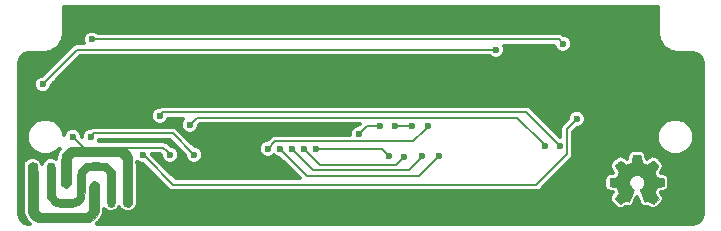
<source format=gbr>
G04 #@! TF.FileFunction,Copper,L2,Bot,Signal*
%FSLAX46Y46*%
G04 Gerber Fmt 4.6, Leading zero omitted, Abs format (unit mm)*
G04 Created by KiCad (PCBNEW 4.0.7) date Mon Dec  4 21:54:59 2017*
%MOMM*%
%LPD*%
G01*
G04 APERTURE LIST*
%ADD10C,0.100000*%
%ADD11C,0.010000*%
%ADD12C,0.600000*%
%ADD13C,0.200000*%
%ADD14C,0.300000*%
G04 APERTURE END LIST*
D10*
D11*
G36*
X131264394Y-109783040D02*
X131348253Y-109749143D01*
X131419491Y-109688381D01*
X131522611Y-109585261D01*
X131522611Y-107608315D01*
X131522525Y-107183898D01*
X131522134Y-106824047D01*
X131521241Y-106522770D01*
X131519646Y-106274077D01*
X131517153Y-106071979D01*
X131513563Y-105910484D01*
X131508677Y-105783602D01*
X131502299Y-105685344D01*
X131494228Y-105609718D01*
X131484268Y-105550734D01*
X131472220Y-105502402D01*
X131457887Y-105458731D01*
X131450879Y-105439648D01*
X131326132Y-105203569D01*
X131144979Y-104999336D01*
X130918847Y-104839382D01*
X130880951Y-104819575D01*
X130664675Y-104711500D01*
X126383325Y-104711500D01*
X126167049Y-104819575D01*
X125935035Y-104971646D01*
X125746250Y-105169901D01*
X125612119Y-105401907D01*
X125597121Y-105439648D01*
X125577430Y-105496314D01*
X125561698Y-105555250D01*
X125549484Y-105624797D01*
X125540348Y-105713296D01*
X125533848Y-105829088D01*
X125529543Y-105980514D01*
X125526994Y-106175916D01*
X125525758Y-106423634D01*
X125525395Y-106732009D01*
X125525389Y-106796926D01*
X125525389Y-107962483D01*
X125625914Y-108063009D01*
X125766726Y-108161571D01*
X125917223Y-108194409D01*
X126065085Y-108162835D01*
X126197990Y-108068159D01*
X126256086Y-107995936D01*
X126279082Y-107960032D01*
X126297234Y-107922859D01*
X126311114Y-107876093D01*
X126321295Y-107811408D01*
X126328350Y-107720482D01*
X126332853Y-107594988D01*
X126335375Y-107426603D01*
X126336490Y-107207003D01*
X126336770Y-106927863D01*
X126336778Y-106823507D01*
X126336778Y-105770947D01*
X126439717Y-105655737D01*
X126542657Y-105540528D01*
X130505343Y-105540528D01*
X130608283Y-105655737D01*
X130711222Y-105770947D01*
X130711222Y-107624225D01*
X130711286Y-108047977D01*
X130711813Y-108406956D01*
X130713307Y-108706943D01*
X130716273Y-108953721D01*
X130721213Y-109153071D01*
X130728631Y-109310777D01*
X130739032Y-109432620D01*
X130752919Y-109524382D01*
X130770796Y-109591846D01*
X130793167Y-109640793D01*
X130820536Y-109677006D01*
X130853405Y-109706266D01*
X130892280Y-109734356D01*
X130895259Y-109736442D01*
X130983174Y-109771749D01*
X131106379Y-109790330D01*
X131145119Y-109791500D01*
X131264394Y-109783040D01*
X131264394Y-109783040D01*
G37*
X131264394Y-109783040D02*
X131348253Y-109749143D01*
X131419491Y-109688381D01*
X131522611Y-109585261D01*
X131522611Y-107608315D01*
X131522525Y-107183898D01*
X131522134Y-106824047D01*
X131521241Y-106522770D01*
X131519646Y-106274077D01*
X131517153Y-106071979D01*
X131513563Y-105910484D01*
X131508677Y-105783602D01*
X131502299Y-105685344D01*
X131494228Y-105609718D01*
X131484268Y-105550734D01*
X131472220Y-105502402D01*
X131457887Y-105458731D01*
X131450879Y-105439648D01*
X131326132Y-105203569D01*
X131144979Y-104999336D01*
X130918847Y-104839382D01*
X130880951Y-104819575D01*
X130664675Y-104711500D01*
X126383325Y-104711500D01*
X126167049Y-104819575D01*
X125935035Y-104971646D01*
X125746250Y-105169901D01*
X125612119Y-105401907D01*
X125597121Y-105439648D01*
X125577430Y-105496314D01*
X125561698Y-105555250D01*
X125549484Y-105624797D01*
X125540348Y-105713296D01*
X125533848Y-105829088D01*
X125529543Y-105980514D01*
X125526994Y-106175916D01*
X125525758Y-106423634D01*
X125525395Y-106732009D01*
X125525389Y-106796926D01*
X125525389Y-107962483D01*
X125625914Y-108063009D01*
X125766726Y-108161571D01*
X125917223Y-108194409D01*
X126065085Y-108162835D01*
X126197990Y-108068159D01*
X126256086Y-107995936D01*
X126279082Y-107960032D01*
X126297234Y-107922859D01*
X126311114Y-107876093D01*
X126321295Y-107811408D01*
X126328350Y-107720482D01*
X126332853Y-107594988D01*
X126335375Y-107426603D01*
X126336490Y-107207003D01*
X126336770Y-106927863D01*
X126336778Y-106823507D01*
X126336778Y-105770947D01*
X126439717Y-105655737D01*
X126542657Y-105540528D01*
X130505343Y-105540528D01*
X130608283Y-105655737D01*
X130711222Y-105770947D01*
X130711222Y-107624225D01*
X130711286Y-108047977D01*
X130711813Y-108406956D01*
X130713307Y-108706943D01*
X130716273Y-108953721D01*
X130721213Y-109153071D01*
X130728631Y-109310777D01*
X130739032Y-109432620D01*
X130752919Y-109524382D01*
X130770796Y-109591846D01*
X130793167Y-109640793D01*
X130820536Y-109677006D01*
X130853405Y-109706266D01*
X130892280Y-109734356D01*
X130895259Y-109736442D01*
X130983174Y-109771749D01*
X131106379Y-109790330D01*
X131145119Y-109791500D01*
X131264394Y-109783040D01*
G36*
X128058728Y-111023982D02*
X128290742Y-110871910D01*
X128479528Y-110673655D01*
X128613659Y-110441649D01*
X128628657Y-110403908D01*
X128648348Y-110347242D01*
X128664079Y-110288306D01*
X128676293Y-110218759D01*
X128685430Y-110130260D01*
X128691930Y-110014468D01*
X128696234Y-109863042D01*
X128698784Y-109667640D01*
X128700020Y-109419922D01*
X128700382Y-109111547D01*
X128700389Y-109046630D01*
X128700389Y-107881073D01*
X128599863Y-107780548D01*
X128459052Y-107681985D01*
X128308554Y-107649147D01*
X128160692Y-107680721D01*
X128027787Y-107775397D01*
X127969692Y-107847620D01*
X127946695Y-107883524D01*
X127928543Y-107920697D01*
X127914663Y-107967463D01*
X127904482Y-108032148D01*
X127897427Y-108123075D01*
X127892925Y-108248568D01*
X127890403Y-108416953D01*
X127889288Y-108636553D01*
X127889007Y-108915693D01*
X127889000Y-109020050D01*
X127889000Y-110072609D01*
X127786060Y-110187819D01*
X127683121Y-110303028D01*
X123720434Y-110303028D01*
X123617495Y-110187819D01*
X123514555Y-110072609D01*
X123514555Y-108237588D01*
X123514423Y-107811365D01*
X123513701Y-107449940D01*
X123511900Y-107147559D01*
X123508533Y-106898465D01*
X123503110Y-106696901D01*
X123495145Y-106537113D01*
X123484148Y-106413343D01*
X123469632Y-106319836D01*
X123451107Y-106250836D01*
X123428086Y-106200585D01*
X123400081Y-106163329D01*
X123366603Y-106133311D01*
X123334043Y-106109583D01*
X123238195Y-106070706D01*
X123106154Y-106052545D01*
X123080659Y-106052056D01*
X122961383Y-106060516D01*
X122877525Y-106094413D01*
X122806286Y-106155175D01*
X122703167Y-106258295D01*
X122703167Y-108235241D01*
X122703253Y-108659658D01*
X122703643Y-109019509D01*
X122704537Y-109320786D01*
X122706131Y-109569479D01*
X122708624Y-109771577D01*
X122712215Y-109933072D01*
X122717100Y-110059954D01*
X122723479Y-110158212D01*
X122731549Y-110233838D01*
X122741509Y-110292822D01*
X122753557Y-110341154D01*
X122767891Y-110384825D01*
X122774898Y-110403908D01*
X122899646Y-110639987D01*
X123080799Y-110844220D01*
X123306930Y-111004174D01*
X123344827Y-111023982D01*
X123561102Y-111132056D01*
X127842453Y-111132056D01*
X128058728Y-111023982D01*
X128058728Y-111023982D01*
G37*
X128058728Y-111023982D02*
X128290742Y-110871910D01*
X128479528Y-110673655D01*
X128613659Y-110441649D01*
X128628657Y-110403908D01*
X128648348Y-110347242D01*
X128664079Y-110288306D01*
X128676293Y-110218759D01*
X128685430Y-110130260D01*
X128691930Y-110014468D01*
X128696234Y-109863042D01*
X128698784Y-109667640D01*
X128700020Y-109419922D01*
X128700382Y-109111547D01*
X128700389Y-109046630D01*
X128700389Y-107881073D01*
X128599863Y-107780548D01*
X128459052Y-107681985D01*
X128308554Y-107649147D01*
X128160692Y-107680721D01*
X128027787Y-107775397D01*
X127969692Y-107847620D01*
X127946695Y-107883524D01*
X127928543Y-107920697D01*
X127914663Y-107967463D01*
X127904482Y-108032148D01*
X127897427Y-108123075D01*
X127892925Y-108248568D01*
X127890403Y-108416953D01*
X127889288Y-108636553D01*
X127889007Y-108915693D01*
X127889000Y-109020050D01*
X127889000Y-110072609D01*
X127786060Y-110187819D01*
X127683121Y-110303028D01*
X123720434Y-110303028D01*
X123617495Y-110187819D01*
X123514555Y-110072609D01*
X123514555Y-108237588D01*
X123514423Y-107811365D01*
X123513701Y-107449940D01*
X123511900Y-107147559D01*
X123508533Y-106898465D01*
X123503110Y-106696901D01*
X123495145Y-106537113D01*
X123484148Y-106413343D01*
X123469632Y-106319836D01*
X123451107Y-106250836D01*
X123428086Y-106200585D01*
X123400081Y-106163329D01*
X123366603Y-106133311D01*
X123334043Y-106109583D01*
X123238195Y-106070706D01*
X123106154Y-106052545D01*
X123080659Y-106052056D01*
X122961383Y-106060516D01*
X122877525Y-106094413D01*
X122806286Y-106155175D01*
X122703167Y-106258295D01*
X122703167Y-108235241D01*
X122703253Y-108659658D01*
X122703643Y-109019509D01*
X122704537Y-109320786D01*
X122706131Y-109569479D01*
X122708624Y-109771577D01*
X122712215Y-109933072D01*
X122717100Y-110059954D01*
X122723479Y-110158212D01*
X122731549Y-110233838D01*
X122741509Y-110292822D01*
X122753557Y-110341154D01*
X122767891Y-110384825D01*
X122774898Y-110403908D01*
X122899646Y-110639987D01*
X123080799Y-110844220D01*
X123306930Y-111004174D01*
X123344827Y-111023982D01*
X123561102Y-111132056D01*
X127842453Y-111132056D01*
X128058728Y-111023982D01*
G36*
X126205868Y-109789252D02*
X126438795Y-109780715D01*
X126623194Y-109763204D01*
X126770032Y-109734031D01*
X126890278Y-109690510D01*
X126994898Y-109629954D01*
X127094860Y-109549676D01*
X127162719Y-109485464D01*
X127249945Y-109398311D01*
X127319696Y-109321387D01*
X127374083Y-109245592D01*
X127415213Y-109161824D01*
X127445195Y-109060985D01*
X127466137Y-108933973D01*
X127480150Y-108771688D01*
X127489341Y-108565030D01*
X127495820Y-108304899D01*
X127500926Y-108025949D01*
X127506716Y-107714606D01*
X127513081Y-107465651D01*
X127521677Y-107270927D01*
X127534160Y-107122273D01*
X127552187Y-107011531D01*
X127577411Y-106930543D01*
X127611490Y-106871149D01*
X127656078Y-106825191D01*
X127712832Y-106784510D01*
X127758625Y-106756059D01*
X127808544Y-106730032D01*
X127867519Y-106711449D01*
X127947749Y-106699092D01*
X128061435Y-106691742D01*
X128220773Y-106688181D01*
X128437964Y-106687191D01*
X128448113Y-106687188D01*
X128703286Y-106689531D01*
X128898615Y-106698512D01*
X129044703Y-106716861D01*
X129152153Y-106747308D01*
X129231568Y-106792581D01*
X129293552Y-106855411D01*
X129334833Y-106915462D01*
X129353583Y-106948748D01*
X129368717Y-106986639D01*
X129380621Y-107036598D01*
X129389680Y-107106091D01*
X129396282Y-107202583D01*
X129400812Y-107333537D01*
X129403657Y-107506420D01*
X129405203Y-107728695D01*
X129405836Y-108007827D01*
X129405944Y-108289858D01*
X129406250Y-108635098D01*
X129407619Y-108916899D01*
X129410723Y-109142377D01*
X129416239Y-109318648D01*
X129424840Y-109452828D01*
X129437201Y-109552032D01*
X129453996Y-109623378D01*
X129475901Y-109673980D01*
X129503589Y-109710954D01*
X129537736Y-109741417D01*
X129543998Y-109746281D01*
X129645921Y-109786662D01*
X129773594Y-109789306D01*
X129895003Y-109756988D01*
X129964239Y-109709852D01*
X129983627Y-109687822D01*
X129999435Y-109662460D01*
X130012027Y-109626846D01*
X130021767Y-109574058D01*
X130029017Y-109497176D01*
X130034140Y-109389278D01*
X130037500Y-109243444D01*
X130039460Y-109052752D01*
X130040383Y-108810283D01*
X130040633Y-108509115D01*
X130040600Y-108254643D01*
X130040255Y-106881084D01*
X129954248Y-106696351D01*
X129825627Y-106489389D01*
X129651498Y-106307958D01*
X129451006Y-106170189D01*
X129350680Y-106124763D01*
X129275869Y-106099368D01*
X129198619Y-106080603D01*
X129106906Y-106067493D01*
X128988703Y-106059063D01*
X128831983Y-106054340D01*
X128624722Y-106052348D01*
X128453444Y-106052056D01*
X128205006Y-106052819D01*
X128015193Y-106055736D01*
X127872082Y-106061749D01*
X127763753Y-106071800D01*
X127678286Y-106086833D01*
X127603758Y-106107789D01*
X127562260Y-106122499D01*
X127356140Y-106233882D01*
X127169466Y-106400168D01*
X127018425Y-106605783D01*
X126975594Y-106687056D01*
X126948651Y-106745573D01*
X126927391Y-106800457D01*
X126910962Y-106860913D01*
X126898516Y-106936145D01*
X126889202Y-107035361D01*
X126882171Y-107167766D01*
X126876573Y-107342564D01*
X126871558Y-107568962D01*
X126866277Y-107856165D01*
X126865944Y-107874924D01*
X126848305Y-108868765D01*
X126760111Y-108963068D01*
X126691054Y-109031397D01*
X126622310Y-109081517D01*
X126541663Y-109116212D01*
X126436895Y-109138269D01*
X126295789Y-109150472D01*
X126106127Y-109155608D01*
X125911708Y-109156500D01*
X125657621Y-109154029D01*
X125463309Y-109144768D01*
X125318106Y-109125948D01*
X125211347Y-109094801D01*
X125132366Y-109048556D01*
X125070497Y-108984444D01*
X125032056Y-108928094D01*
X125013152Y-108894511D01*
X124997927Y-108856285D01*
X124985983Y-108805874D01*
X124976926Y-108735733D01*
X124970356Y-108638318D01*
X124965878Y-108506087D01*
X124963096Y-108331494D01*
X124961611Y-108106996D01*
X124961028Y-107825049D01*
X124960944Y-107575952D01*
X124960466Y-107225357D01*
X124958611Y-106938337D01*
X124954746Y-106707913D01*
X124948239Y-106527109D01*
X124938460Y-106388947D01*
X124924774Y-106286450D01*
X124906551Y-106212640D01*
X124883159Y-106160541D01*
X124853965Y-106123174D01*
X124827266Y-106100150D01*
X124721976Y-106057805D01*
X124592216Y-106054350D01*
X124469845Y-106087267D01*
X124402649Y-106133705D01*
X124383262Y-106155734D01*
X124367454Y-106181096D01*
X124354861Y-106216710D01*
X124345122Y-106269498D01*
X124337872Y-106346381D01*
X124332748Y-106454278D01*
X124329388Y-106600112D01*
X124327428Y-106790804D01*
X124326505Y-107033273D01*
X124326256Y-107334441D01*
X124326289Y-107588913D01*
X124326634Y-108962472D01*
X124412640Y-109147205D01*
X124541261Y-109354167D01*
X124715391Y-109535598D01*
X124915883Y-109673367D01*
X125016208Y-109718793D01*
X125091020Y-109744188D01*
X125168269Y-109762953D01*
X125259983Y-109776063D01*
X125378186Y-109784493D01*
X125534905Y-109789216D01*
X125742167Y-109791208D01*
X125913444Y-109791500D01*
X126205868Y-109789252D01*
X126205868Y-109789252D01*
G37*
X126205868Y-109789252D02*
X126438795Y-109780715D01*
X126623194Y-109763204D01*
X126770032Y-109734031D01*
X126890278Y-109690510D01*
X126994898Y-109629954D01*
X127094860Y-109549676D01*
X127162719Y-109485464D01*
X127249945Y-109398311D01*
X127319696Y-109321387D01*
X127374083Y-109245592D01*
X127415213Y-109161824D01*
X127445195Y-109060985D01*
X127466137Y-108933973D01*
X127480150Y-108771688D01*
X127489341Y-108565030D01*
X127495820Y-108304899D01*
X127500926Y-108025949D01*
X127506716Y-107714606D01*
X127513081Y-107465651D01*
X127521677Y-107270927D01*
X127534160Y-107122273D01*
X127552187Y-107011531D01*
X127577411Y-106930543D01*
X127611490Y-106871149D01*
X127656078Y-106825191D01*
X127712832Y-106784510D01*
X127758625Y-106756059D01*
X127808544Y-106730032D01*
X127867519Y-106711449D01*
X127947749Y-106699092D01*
X128061435Y-106691742D01*
X128220773Y-106688181D01*
X128437964Y-106687191D01*
X128448113Y-106687188D01*
X128703286Y-106689531D01*
X128898615Y-106698512D01*
X129044703Y-106716861D01*
X129152153Y-106747308D01*
X129231568Y-106792581D01*
X129293552Y-106855411D01*
X129334833Y-106915462D01*
X129353583Y-106948748D01*
X129368717Y-106986639D01*
X129380621Y-107036598D01*
X129389680Y-107106091D01*
X129396282Y-107202583D01*
X129400812Y-107333537D01*
X129403657Y-107506420D01*
X129405203Y-107728695D01*
X129405836Y-108007827D01*
X129405944Y-108289858D01*
X129406250Y-108635098D01*
X129407619Y-108916899D01*
X129410723Y-109142377D01*
X129416239Y-109318648D01*
X129424840Y-109452828D01*
X129437201Y-109552032D01*
X129453996Y-109623378D01*
X129475901Y-109673980D01*
X129503589Y-109710954D01*
X129537736Y-109741417D01*
X129543998Y-109746281D01*
X129645921Y-109786662D01*
X129773594Y-109789306D01*
X129895003Y-109756988D01*
X129964239Y-109709852D01*
X129983627Y-109687822D01*
X129999435Y-109662460D01*
X130012027Y-109626846D01*
X130021767Y-109574058D01*
X130029017Y-109497176D01*
X130034140Y-109389278D01*
X130037500Y-109243444D01*
X130039460Y-109052752D01*
X130040383Y-108810283D01*
X130040633Y-108509115D01*
X130040600Y-108254643D01*
X130040255Y-106881084D01*
X129954248Y-106696351D01*
X129825627Y-106489389D01*
X129651498Y-106307958D01*
X129451006Y-106170189D01*
X129350680Y-106124763D01*
X129275869Y-106099368D01*
X129198619Y-106080603D01*
X129106906Y-106067493D01*
X128988703Y-106059063D01*
X128831983Y-106054340D01*
X128624722Y-106052348D01*
X128453444Y-106052056D01*
X128205006Y-106052819D01*
X128015193Y-106055736D01*
X127872082Y-106061749D01*
X127763753Y-106071800D01*
X127678286Y-106086833D01*
X127603758Y-106107789D01*
X127562260Y-106122499D01*
X127356140Y-106233882D01*
X127169466Y-106400168D01*
X127018425Y-106605783D01*
X126975594Y-106687056D01*
X126948651Y-106745573D01*
X126927391Y-106800457D01*
X126910962Y-106860913D01*
X126898516Y-106936145D01*
X126889202Y-107035361D01*
X126882171Y-107167766D01*
X126876573Y-107342564D01*
X126871558Y-107568962D01*
X126866277Y-107856165D01*
X126865944Y-107874924D01*
X126848305Y-108868765D01*
X126760111Y-108963068D01*
X126691054Y-109031397D01*
X126622310Y-109081517D01*
X126541663Y-109116212D01*
X126436895Y-109138269D01*
X126295789Y-109150472D01*
X126106127Y-109155608D01*
X125911708Y-109156500D01*
X125657621Y-109154029D01*
X125463309Y-109144768D01*
X125318106Y-109125948D01*
X125211347Y-109094801D01*
X125132366Y-109048556D01*
X125070497Y-108984444D01*
X125032056Y-108928094D01*
X125013152Y-108894511D01*
X124997927Y-108856285D01*
X124985983Y-108805874D01*
X124976926Y-108735733D01*
X124970356Y-108638318D01*
X124965878Y-108506087D01*
X124963096Y-108331494D01*
X124961611Y-108106996D01*
X124961028Y-107825049D01*
X124960944Y-107575952D01*
X124960466Y-107225357D01*
X124958611Y-106938337D01*
X124954746Y-106707913D01*
X124948239Y-106527109D01*
X124938460Y-106388947D01*
X124924774Y-106286450D01*
X124906551Y-106212640D01*
X124883159Y-106160541D01*
X124853965Y-106123174D01*
X124827266Y-106100150D01*
X124721976Y-106057805D01*
X124592216Y-106054350D01*
X124469845Y-106087267D01*
X124402649Y-106133705D01*
X124383262Y-106155734D01*
X124367454Y-106181096D01*
X124354861Y-106216710D01*
X124345122Y-106269498D01*
X124337872Y-106346381D01*
X124332748Y-106454278D01*
X124329388Y-106600112D01*
X124327428Y-106790804D01*
X124326505Y-107033273D01*
X124326256Y-107334441D01*
X124326289Y-107588913D01*
X124326634Y-108962472D01*
X124412640Y-109147205D01*
X124541261Y-109354167D01*
X124715391Y-109535598D01*
X124915883Y-109673367D01*
X125016208Y-109718793D01*
X125091020Y-109744188D01*
X125168269Y-109762953D01*
X125259983Y-109776063D01*
X125378186Y-109784493D01*
X125534905Y-109789216D01*
X125742167Y-109791208D01*
X125913444Y-109791500D01*
X126205868Y-109789252D01*
G36*
X174140090Y-105446348D02*
X174061546Y-105446778D01*
X174004702Y-105447942D01*
X173965895Y-105450207D01*
X173941462Y-105453940D01*
X173927738Y-105459506D01*
X173921060Y-105467273D01*
X173917764Y-105477605D01*
X173917444Y-105478943D01*
X173912438Y-105503079D01*
X173903171Y-105550701D01*
X173890608Y-105616741D01*
X173875713Y-105696128D01*
X173859449Y-105783796D01*
X173858881Y-105786875D01*
X173842590Y-105872789D01*
X173827348Y-105948696D01*
X173814139Y-106010045D01*
X173803946Y-106052282D01*
X173797752Y-106070855D01*
X173797457Y-106071184D01*
X173779212Y-106080253D01*
X173741595Y-106095367D01*
X173692729Y-106113262D01*
X173692457Y-106113358D01*
X173630907Y-106136493D01*
X173558343Y-106165965D01*
X173489943Y-106195597D01*
X173486706Y-106197062D01*
X173375298Y-106247626D01*
X173128601Y-106079160D01*
X173052923Y-106027803D01*
X172984369Y-105981889D01*
X172926912Y-105944030D01*
X172884524Y-105916837D01*
X172861175Y-105902921D01*
X172858958Y-105901889D01*
X172841990Y-105906484D01*
X172810299Y-105928655D01*
X172762648Y-105969447D01*
X172697802Y-106029905D01*
X172631603Y-106094227D01*
X172567786Y-106157612D01*
X172510671Y-106215451D01*
X172463695Y-106264175D01*
X172430297Y-106300210D01*
X172413915Y-106319984D01*
X172413306Y-106321002D01*
X172411495Y-106334572D01*
X172418317Y-106356733D01*
X172435460Y-106390478D01*
X172464607Y-106438800D01*
X172507445Y-106504692D01*
X172564552Y-106589517D01*
X172615234Y-106664177D01*
X172660539Y-106731140D01*
X172697850Y-106786516D01*
X172724548Y-106826420D01*
X172738015Y-106846962D01*
X172738863Y-106848356D01*
X172737219Y-106868038D01*
X172724755Y-106906293D01*
X172703952Y-106955889D01*
X172696538Y-106971728D01*
X172664186Y-107042290D01*
X172629672Y-107122353D01*
X172601635Y-107191629D01*
X172581432Y-107243045D01*
X172565385Y-107282119D01*
X172556112Y-107302541D01*
X172554959Y-107304114D01*
X172537904Y-107306721D01*
X172497702Y-107313863D01*
X172439698Y-107324523D01*
X172369237Y-107337685D01*
X172291665Y-107352333D01*
X172212328Y-107367449D01*
X172136569Y-107382018D01*
X172069736Y-107395022D01*
X172017172Y-107405445D01*
X171984224Y-107412270D01*
X171976143Y-107414199D01*
X171967795Y-107418962D01*
X171961494Y-107429718D01*
X171956955Y-107450098D01*
X171953896Y-107483734D01*
X171952033Y-107534255D01*
X171951082Y-107605292D01*
X171950760Y-107700476D01*
X171950743Y-107739492D01*
X171950743Y-108056799D01*
X172026943Y-108071839D01*
X172069337Y-108079995D01*
X172132600Y-108091899D01*
X172209038Y-108106116D01*
X172290957Y-108121210D01*
X172313600Y-108125355D01*
X172389194Y-108140053D01*
X172455047Y-108154505D01*
X172505634Y-108167375D01*
X172535426Y-108177322D01*
X172540388Y-108180287D01*
X172552574Y-108201283D01*
X172570047Y-108241967D01*
X172589423Y-108294322D01*
X172593266Y-108305600D01*
X172618661Y-108375523D01*
X172650183Y-108454418D01*
X172681031Y-108525266D01*
X172681183Y-108525595D01*
X172732553Y-108636733D01*
X172563601Y-108885253D01*
X172394648Y-109133772D01*
X172611571Y-109351058D01*
X172677181Y-109415726D01*
X172737021Y-109472733D01*
X172787733Y-109519033D01*
X172825954Y-109551584D01*
X172848325Y-109567343D01*
X172851534Y-109568343D01*
X172870374Y-109560469D01*
X172908820Y-109538578D01*
X172962670Y-109505267D01*
X173027724Y-109463131D01*
X173098060Y-109415943D01*
X173169445Y-109367810D01*
X173233092Y-109325928D01*
X173284959Y-109292871D01*
X173321005Y-109271218D01*
X173337133Y-109263543D01*
X173356811Y-109270037D01*
X173394125Y-109287150D01*
X173441379Y-109311326D01*
X173446388Y-109314013D01*
X173510023Y-109345927D01*
X173553659Y-109361579D01*
X173580798Y-109361745D01*
X173594943Y-109347204D01*
X173595025Y-109347000D01*
X173602095Y-109329779D01*
X173618958Y-109288899D01*
X173644305Y-109227525D01*
X173676829Y-109148819D01*
X173715222Y-109055947D01*
X173758178Y-108952072D01*
X173799778Y-108851502D01*
X173845496Y-108740516D01*
X173887474Y-108637703D01*
X173924452Y-108546215D01*
X173955173Y-108469201D01*
X173978378Y-108409815D01*
X173992810Y-108371209D01*
X173997257Y-108356800D01*
X173986104Y-108340272D01*
X173956931Y-108313930D01*
X173918029Y-108284887D01*
X173807243Y-108193039D01*
X173720649Y-108087759D01*
X173659284Y-107971266D01*
X173624185Y-107845776D01*
X173616392Y-107713507D01*
X173622057Y-107652457D01*
X173652922Y-107525795D01*
X173706080Y-107413941D01*
X173778233Y-107318001D01*
X173866083Y-107239076D01*
X173966335Y-107178270D01*
X174075690Y-107136687D01*
X174190853Y-107115428D01*
X174308525Y-107115599D01*
X174425410Y-107138301D01*
X174538211Y-107184638D01*
X174643631Y-107255713D01*
X174687632Y-107295911D01*
X174772021Y-107399129D01*
X174830778Y-107511925D01*
X174864296Y-107631010D01*
X174872965Y-107753095D01*
X174857177Y-107874893D01*
X174817322Y-107993116D01*
X174753793Y-108104475D01*
X174666979Y-108205684D01*
X174569971Y-108284887D01*
X174529563Y-108315162D01*
X174501018Y-108341219D01*
X174490743Y-108356825D01*
X174496123Y-108373843D01*
X174511425Y-108414500D01*
X174535388Y-108475642D01*
X174566756Y-108554119D01*
X174604268Y-108646780D01*
X174646667Y-108750472D01*
X174688337Y-108851526D01*
X174734310Y-108962607D01*
X174776893Y-109065541D01*
X174814779Y-109157165D01*
X174846660Y-109234316D01*
X174871229Y-109293831D01*
X174887180Y-109332544D01*
X174893090Y-109347000D01*
X174907052Y-109361685D01*
X174934060Y-109361642D01*
X174977587Y-109346099D01*
X175041110Y-109314284D01*
X175041612Y-109314013D01*
X175089440Y-109289323D01*
X175128103Y-109271338D01*
X175149905Y-109263614D01*
X175150867Y-109263543D01*
X175167279Y-109271378D01*
X175203513Y-109293165D01*
X175255526Y-109326328D01*
X175319275Y-109368291D01*
X175389940Y-109415943D01*
X175461884Y-109464191D01*
X175526726Y-109506151D01*
X175580265Y-109539227D01*
X175618303Y-109560821D01*
X175636467Y-109568343D01*
X175653192Y-109558457D01*
X175686820Y-109530826D01*
X175733990Y-109488495D01*
X175791342Y-109434505D01*
X175855516Y-109371899D01*
X175876503Y-109350983D01*
X176093501Y-109133623D01*
X175928332Y-108891220D01*
X175878136Y-108816781D01*
X175834081Y-108749972D01*
X175798638Y-108694665D01*
X175774281Y-108654729D01*
X175763478Y-108634036D01*
X175763162Y-108632563D01*
X175768857Y-108613058D01*
X175784174Y-108573822D01*
X175806463Y-108521430D01*
X175822107Y-108486355D01*
X175851359Y-108419201D01*
X175878906Y-108351358D01*
X175900263Y-108294034D01*
X175906065Y-108276572D01*
X175922548Y-108229938D01*
X175938660Y-108193905D01*
X175947510Y-108180287D01*
X175967040Y-108171952D01*
X176009666Y-108160137D01*
X176069855Y-108146181D01*
X176142078Y-108131422D01*
X176174400Y-108125355D01*
X176256478Y-108110273D01*
X176335205Y-108095669D01*
X176402891Y-108082980D01*
X176451840Y-108073642D01*
X176461057Y-108071839D01*
X176537257Y-108056799D01*
X176537257Y-107739492D01*
X176537086Y-107635154D01*
X176536384Y-107556213D01*
X176534866Y-107499038D01*
X176532251Y-107459999D01*
X176528254Y-107435465D01*
X176522591Y-107421805D01*
X176514980Y-107415389D01*
X176511857Y-107414199D01*
X176493022Y-107409980D01*
X176451412Y-107401562D01*
X176392370Y-107389961D01*
X176321243Y-107376195D01*
X176243375Y-107361280D01*
X176164113Y-107346232D01*
X176088802Y-107332069D01*
X176022787Y-107319806D01*
X175971413Y-107310461D01*
X175940025Y-107305050D01*
X175933041Y-107304114D01*
X175926715Y-107291596D01*
X175912710Y-107258246D01*
X175893645Y-107210377D01*
X175886366Y-107191629D01*
X175857004Y-107119195D01*
X175822429Y-107039170D01*
X175791463Y-106971728D01*
X175768677Y-106920159D01*
X175753518Y-106877785D01*
X175748458Y-106851834D01*
X175749264Y-106848356D01*
X175759959Y-106831936D01*
X175784380Y-106795417D01*
X175819905Y-106742687D01*
X175863913Y-106677635D01*
X175913783Y-106604151D01*
X175923644Y-106589645D01*
X175981508Y-106503704D01*
X176024044Y-106438261D01*
X176052946Y-106390304D01*
X176069910Y-106356820D01*
X176076633Y-106334795D01*
X176074810Y-106321217D01*
X176074764Y-106321131D01*
X176060414Y-106303297D01*
X176028677Y-106268817D01*
X175982990Y-106221268D01*
X175926796Y-106164222D01*
X175863532Y-106101255D01*
X175856398Y-106094227D01*
X175776670Y-106017020D01*
X175715143Y-105960330D01*
X175670579Y-105923110D01*
X175641743Y-105904315D01*
X175629042Y-105901889D01*
X175610506Y-105912471D01*
X175572039Y-105936916D01*
X175517614Y-105972612D01*
X175451202Y-106016947D01*
X175376775Y-106067311D01*
X175359399Y-106079160D01*
X175112703Y-106247626D01*
X175001294Y-106197062D01*
X174933543Y-106167595D01*
X174860817Y-106137959D01*
X174798297Y-106114330D01*
X174795543Y-106113358D01*
X174746640Y-106095457D01*
X174708943Y-106080320D01*
X174690575Y-106071210D01*
X174690544Y-106071184D01*
X174684715Y-106054717D01*
X174674808Y-106014219D01*
X174661805Y-105954242D01*
X174646691Y-105879340D01*
X174630448Y-105794064D01*
X174629119Y-105786875D01*
X174612825Y-105699014D01*
X174597867Y-105619260D01*
X174585209Y-105552681D01*
X174575814Y-105504347D01*
X174570646Y-105479325D01*
X174570556Y-105478943D01*
X174567411Y-105468299D01*
X174561296Y-105460262D01*
X174548547Y-105454467D01*
X174525500Y-105450547D01*
X174488491Y-105448135D01*
X174433856Y-105446865D01*
X174357933Y-105446371D01*
X174257056Y-105446286D01*
X174244000Y-105446286D01*
X174140090Y-105446348D01*
X174140090Y-105446348D01*
G37*
X174140090Y-105446348D02*
X174061546Y-105446778D01*
X174004702Y-105447942D01*
X173965895Y-105450207D01*
X173941462Y-105453940D01*
X173927738Y-105459506D01*
X173921060Y-105467273D01*
X173917764Y-105477605D01*
X173917444Y-105478943D01*
X173912438Y-105503079D01*
X173903171Y-105550701D01*
X173890608Y-105616741D01*
X173875713Y-105696128D01*
X173859449Y-105783796D01*
X173858881Y-105786875D01*
X173842590Y-105872789D01*
X173827348Y-105948696D01*
X173814139Y-106010045D01*
X173803946Y-106052282D01*
X173797752Y-106070855D01*
X173797457Y-106071184D01*
X173779212Y-106080253D01*
X173741595Y-106095367D01*
X173692729Y-106113262D01*
X173692457Y-106113358D01*
X173630907Y-106136493D01*
X173558343Y-106165965D01*
X173489943Y-106195597D01*
X173486706Y-106197062D01*
X173375298Y-106247626D01*
X173128601Y-106079160D01*
X173052923Y-106027803D01*
X172984369Y-105981889D01*
X172926912Y-105944030D01*
X172884524Y-105916837D01*
X172861175Y-105902921D01*
X172858958Y-105901889D01*
X172841990Y-105906484D01*
X172810299Y-105928655D01*
X172762648Y-105969447D01*
X172697802Y-106029905D01*
X172631603Y-106094227D01*
X172567786Y-106157612D01*
X172510671Y-106215451D01*
X172463695Y-106264175D01*
X172430297Y-106300210D01*
X172413915Y-106319984D01*
X172413306Y-106321002D01*
X172411495Y-106334572D01*
X172418317Y-106356733D01*
X172435460Y-106390478D01*
X172464607Y-106438800D01*
X172507445Y-106504692D01*
X172564552Y-106589517D01*
X172615234Y-106664177D01*
X172660539Y-106731140D01*
X172697850Y-106786516D01*
X172724548Y-106826420D01*
X172738015Y-106846962D01*
X172738863Y-106848356D01*
X172737219Y-106868038D01*
X172724755Y-106906293D01*
X172703952Y-106955889D01*
X172696538Y-106971728D01*
X172664186Y-107042290D01*
X172629672Y-107122353D01*
X172601635Y-107191629D01*
X172581432Y-107243045D01*
X172565385Y-107282119D01*
X172556112Y-107302541D01*
X172554959Y-107304114D01*
X172537904Y-107306721D01*
X172497702Y-107313863D01*
X172439698Y-107324523D01*
X172369237Y-107337685D01*
X172291665Y-107352333D01*
X172212328Y-107367449D01*
X172136569Y-107382018D01*
X172069736Y-107395022D01*
X172017172Y-107405445D01*
X171984224Y-107412270D01*
X171976143Y-107414199D01*
X171967795Y-107418962D01*
X171961494Y-107429718D01*
X171956955Y-107450098D01*
X171953896Y-107483734D01*
X171952033Y-107534255D01*
X171951082Y-107605292D01*
X171950760Y-107700476D01*
X171950743Y-107739492D01*
X171950743Y-108056799D01*
X172026943Y-108071839D01*
X172069337Y-108079995D01*
X172132600Y-108091899D01*
X172209038Y-108106116D01*
X172290957Y-108121210D01*
X172313600Y-108125355D01*
X172389194Y-108140053D01*
X172455047Y-108154505D01*
X172505634Y-108167375D01*
X172535426Y-108177322D01*
X172540388Y-108180287D01*
X172552574Y-108201283D01*
X172570047Y-108241967D01*
X172589423Y-108294322D01*
X172593266Y-108305600D01*
X172618661Y-108375523D01*
X172650183Y-108454418D01*
X172681031Y-108525266D01*
X172681183Y-108525595D01*
X172732553Y-108636733D01*
X172563601Y-108885253D01*
X172394648Y-109133772D01*
X172611571Y-109351058D01*
X172677181Y-109415726D01*
X172737021Y-109472733D01*
X172787733Y-109519033D01*
X172825954Y-109551584D01*
X172848325Y-109567343D01*
X172851534Y-109568343D01*
X172870374Y-109560469D01*
X172908820Y-109538578D01*
X172962670Y-109505267D01*
X173027724Y-109463131D01*
X173098060Y-109415943D01*
X173169445Y-109367810D01*
X173233092Y-109325928D01*
X173284959Y-109292871D01*
X173321005Y-109271218D01*
X173337133Y-109263543D01*
X173356811Y-109270037D01*
X173394125Y-109287150D01*
X173441379Y-109311326D01*
X173446388Y-109314013D01*
X173510023Y-109345927D01*
X173553659Y-109361579D01*
X173580798Y-109361745D01*
X173594943Y-109347204D01*
X173595025Y-109347000D01*
X173602095Y-109329779D01*
X173618958Y-109288899D01*
X173644305Y-109227525D01*
X173676829Y-109148819D01*
X173715222Y-109055947D01*
X173758178Y-108952072D01*
X173799778Y-108851502D01*
X173845496Y-108740516D01*
X173887474Y-108637703D01*
X173924452Y-108546215D01*
X173955173Y-108469201D01*
X173978378Y-108409815D01*
X173992810Y-108371209D01*
X173997257Y-108356800D01*
X173986104Y-108340272D01*
X173956931Y-108313930D01*
X173918029Y-108284887D01*
X173807243Y-108193039D01*
X173720649Y-108087759D01*
X173659284Y-107971266D01*
X173624185Y-107845776D01*
X173616392Y-107713507D01*
X173622057Y-107652457D01*
X173652922Y-107525795D01*
X173706080Y-107413941D01*
X173778233Y-107318001D01*
X173866083Y-107239076D01*
X173966335Y-107178270D01*
X174075690Y-107136687D01*
X174190853Y-107115428D01*
X174308525Y-107115599D01*
X174425410Y-107138301D01*
X174538211Y-107184638D01*
X174643631Y-107255713D01*
X174687632Y-107295911D01*
X174772021Y-107399129D01*
X174830778Y-107511925D01*
X174864296Y-107631010D01*
X174872965Y-107753095D01*
X174857177Y-107874893D01*
X174817322Y-107993116D01*
X174753793Y-108104475D01*
X174666979Y-108205684D01*
X174569971Y-108284887D01*
X174529563Y-108315162D01*
X174501018Y-108341219D01*
X174490743Y-108356825D01*
X174496123Y-108373843D01*
X174511425Y-108414500D01*
X174535388Y-108475642D01*
X174566756Y-108554119D01*
X174604268Y-108646780D01*
X174646667Y-108750472D01*
X174688337Y-108851526D01*
X174734310Y-108962607D01*
X174776893Y-109065541D01*
X174814779Y-109157165D01*
X174846660Y-109234316D01*
X174871229Y-109293831D01*
X174887180Y-109332544D01*
X174893090Y-109347000D01*
X174907052Y-109361685D01*
X174934060Y-109361642D01*
X174977587Y-109346099D01*
X175041110Y-109314284D01*
X175041612Y-109314013D01*
X175089440Y-109289323D01*
X175128103Y-109271338D01*
X175149905Y-109263614D01*
X175150867Y-109263543D01*
X175167279Y-109271378D01*
X175203513Y-109293165D01*
X175255526Y-109326328D01*
X175319275Y-109368291D01*
X175389940Y-109415943D01*
X175461884Y-109464191D01*
X175526726Y-109506151D01*
X175580265Y-109539227D01*
X175618303Y-109560821D01*
X175636467Y-109568343D01*
X175653192Y-109558457D01*
X175686820Y-109530826D01*
X175733990Y-109488495D01*
X175791342Y-109434505D01*
X175855516Y-109371899D01*
X175876503Y-109350983D01*
X176093501Y-109133623D01*
X175928332Y-108891220D01*
X175878136Y-108816781D01*
X175834081Y-108749972D01*
X175798638Y-108694665D01*
X175774281Y-108654729D01*
X175763478Y-108634036D01*
X175763162Y-108632563D01*
X175768857Y-108613058D01*
X175784174Y-108573822D01*
X175806463Y-108521430D01*
X175822107Y-108486355D01*
X175851359Y-108419201D01*
X175878906Y-108351358D01*
X175900263Y-108294034D01*
X175906065Y-108276572D01*
X175922548Y-108229938D01*
X175938660Y-108193905D01*
X175947510Y-108180287D01*
X175967040Y-108171952D01*
X176009666Y-108160137D01*
X176069855Y-108146181D01*
X176142078Y-108131422D01*
X176174400Y-108125355D01*
X176256478Y-108110273D01*
X176335205Y-108095669D01*
X176402891Y-108082980D01*
X176451840Y-108073642D01*
X176461057Y-108071839D01*
X176537257Y-108056799D01*
X176537257Y-107739492D01*
X176537086Y-107635154D01*
X176536384Y-107556213D01*
X176534866Y-107499038D01*
X176532251Y-107459999D01*
X176528254Y-107435465D01*
X176522591Y-107421805D01*
X176514980Y-107415389D01*
X176511857Y-107414199D01*
X176493022Y-107409980D01*
X176451412Y-107401562D01*
X176392370Y-107389961D01*
X176321243Y-107376195D01*
X176243375Y-107361280D01*
X176164113Y-107346232D01*
X176088802Y-107332069D01*
X176022787Y-107319806D01*
X175971413Y-107310461D01*
X175940025Y-107305050D01*
X175933041Y-107304114D01*
X175926715Y-107291596D01*
X175912710Y-107258246D01*
X175893645Y-107210377D01*
X175886366Y-107191629D01*
X175857004Y-107119195D01*
X175822429Y-107039170D01*
X175791463Y-106971728D01*
X175768677Y-106920159D01*
X175753518Y-106877785D01*
X175748458Y-106851834D01*
X175749264Y-106848356D01*
X175759959Y-106831936D01*
X175784380Y-106795417D01*
X175819905Y-106742687D01*
X175863913Y-106677635D01*
X175913783Y-106604151D01*
X175923644Y-106589645D01*
X175981508Y-106503704D01*
X176024044Y-106438261D01*
X176052946Y-106390304D01*
X176069910Y-106356820D01*
X176076633Y-106334795D01*
X176074810Y-106321217D01*
X176074764Y-106321131D01*
X176060414Y-106303297D01*
X176028677Y-106268817D01*
X175982990Y-106221268D01*
X175926796Y-106164222D01*
X175863532Y-106101255D01*
X175856398Y-106094227D01*
X175776670Y-106017020D01*
X175715143Y-105960330D01*
X175670579Y-105923110D01*
X175641743Y-105904315D01*
X175629042Y-105901889D01*
X175610506Y-105912471D01*
X175572039Y-105936916D01*
X175517614Y-105972612D01*
X175451202Y-106016947D01*
X175376775Y-106067311D01*
X175359399Y-106079160D01*
X175112703Y-106247626D01*
X175001294Y-106197062D01*
X174933543Y-106167595D01*
X174860817Y-106137959D01*
X174798297Y-106114330D01*
X174795543Y-106113358D01*
X174746640Y-106095457D01*
X174708943Y-106080320D01*
X174690575Y-106071210D01*
X174690544Y-106071184D01*
X174684715Y-106054717D01*
X174674808Y-106014219D01*
X174661805Y-105954242D01*
X174646691Y-105879340D01*
X174630448Y-105794064D01*
X174629119Y-105786875D01*
X174612825Y-105699014D01*
X174597867Y-105619260D01*
X174585209Y-105552681D01*
X174575814Y-105504347D01*
X174570646Y-105479325D01*
X174570556Y-105478943D01*
X174567411Y-105468299D01*
X174561296Y-105460262D01*
X174548547Y-105454467D01*
X174525500Y-105450547D01*
X174488491Y-105448135D01*
X174433856Y-105446865D01*
X174357933Y-105446371D01*
X174257056Y-105446286D01*
X174244000Y-105446286D01*
X174140090Y-105446348D01*
D12*
X132461000Y-105410000D03*
X169164000Y-102362012D03*
X123952000Y-99441004D03*
X128016000Y-103886000D03*
X136779000Y-105410006D03*
X162306000Y-96520000D03*
X152527000Y-102997000D03*
X150712284Y-103664289D03*
X134747000Y-105410000D03*
X126492000Y-103886000D03*
X128143000Y-95631000D03*
X168021000Y-96012000D03*
X156591000Y-102996998D03*
X143002000Y-104902000D03*
X153796998Y-102997000D03*
X155194000Y-102997000D03*
X153289000Y-105537002D03*
X147066000Y-104902000D03*
X154545792Y-105546084D03*
X146050000Y-104902000D03*
X156083004Y-105537000D03*
X145034000Y-104902000D03*
X157480004Y-105537000D03*
X144018000Y-104902000D03*
X166497000Y-104648000D03*
X136398000Y-102870000D03*
X167709989Y-104648000D03*
X133858000Y-102108000D03*
X124968000Y-99441000D03*
X168910000Y-104648000D03*
X170180000Y-104648000D03*
X171450000Y-104648000D03*
X172720000Y-104648000D03*
X173990000Y-104648000D03*
X175260000Y-104648000D03*
X132842000Y-94234000D03*
X129540000Y-94234000D03*
X126746000Y-94234000D03*
X127254000Y-102108000D03*
X132334000Y-102108000D03*
X131064000Y-102108000D03*
X129794000Y-102108000D03*
X128524000Y-102108000D03*
D13*
X135001000Y-107950000D02*
X132760999Y-105709999D01*
X165734002Y-107950000D02*
X135001000Y-107950000D01*
X168309999Y-105374003D02*
X165734002Y-107950000D01*
X169164000Y-102362012D02*
X168309999Y-103216013D01*
X168309999Y-103216013D02*
X168309999Y-105374003D01*
X132760999Y-105709999D02*
X132461000Y-105410000D01*
X128315999Y-103586001D02*
X128016000Y-103886000D01*
X136779000Y-105410006D02*
X134954995Y-103586001D01*
X134954995Y-103586001D02*
X128315999Y-103586001D01*
X124251999Y-99141005D02*
X123952000Y-99441004D01*
X126873004Y-96520000D02*
X124251999Y-99141005D01*
X162306000Y-96520000D02*
X126873004Y-96520000D01*
X152102736Y-102997000D02*
X152527000Y-102997000D01*
X151379573Y-102997000D02*
X152102736Y-102997000D01*
X150712284Y-103664289D02*
X151379573Y-102997000D01*
X134447001Y-105110001D02*
X134747000Y-105410000D01*
X134146998Y-104809998D02*
X134447001Y-105110001D01*
X127415998Y-104809998D02*
X134146998Y-104809998D01*
X126492000Y-103886000D02*
X127415998Y-104809998D01*
X167640000Y-95631000D02*
X128567264Y-95631000D01*
X128567264Y-95631000D02*
X128143000Y-95631000D01*
X168021000Y-96012000D02*
X167640000Y-95631000D01*
X155323707Y-104264291D02*
X156291001Y-103296997D01*
X143002000Y-104902000D02*
X143639709Y-104264291D01*
X156291001Y-103296997D02*
X156591000Y-102996998D01*
X143639709Y-104264291D02*
X155323707Y-104264291D01*
X155194000Y-102997000D02*
X153796998Y-102997000D01*
X147066000Y-104902000D02*
X152653998Y-104902000D01*
X152653998Y-104902000D02*
X152989001Y-105237003D01*
X152989001Y-105237003D02*
X153289000Y-105537002D01*
X147412001Y-106264001D02*
X153827875Y-106264001D01*
X146050000Y-104902000D02*
X147412001Y-106264001D01*
X154245793Y-105846083D02*
X154545792Y-105546084D01*
X153827875Y-106264001D02*
X154245793Y-105846083D01*
X155783005Y-105836999D02*
X156083004Y-105537000D01*
X145034000Y-104902000D02*
X146812000Y-106680000D01*
X146812000Y-106680000D02*
X154940004Y-106680000D01*
X154940004Y-106680000D02*
X155783005Y-105836999D01*
X157180005Y-105836999D02*
X157480004Y-105537000D01*
X155829004Y-107188000D02*
X157180005Y-105836999D01*
X146304000Y-107188000D02*
X155829004Y-107188000D01*
X144018000Y-104902000D02*
X146304000Y-107188000D01*
X166197001Y-104348001D02*
X166497000Y-104648000D01*
X164118999Y-102269999D02*
X166197001Y-104348001D01*
X136998001Y-102269999D02*
X164118999Y-102269999D01*
X136398000Y-102870000D02*
X136998001Y-102269999D01*
X133858000Y-102108000D02*
X134157999Y-101808001D01*
X167409990Y-104348001D02*
X167709989Y-104648000D01*
X134157999Y-101808001D02*
X164869990Y-101808001D01*
X164869990Y-101808001D02*
X167409990Y-104348001D01*
D14*
G36*
X176005000Y-94996000D02*
X176015088Y-95046715D01*
X176015088Y-95098422D01*
X176111760Y-95584425D01*
X176111760Y-95584430D01*
X176190151Y-95773682D01*
X176465451Y-96185698D01*
X176465452Y-96185701D01*
X176610300Y-96330548D01*
X177022315Y-96605847D01*
X177022317Y-96605849D01*
X177211570Y-96684239D01*
X177697577Y-96780912D01*
X177749284Y-96780912D01*
X177800000Y-96791000D01*
X179018294Y-96791000D01*
X179351163Y-96857212D01*
X179589522Y-97016478D01*
X179748788Y-97254838D01*
X179815000Y-97587706D01*
X179815000Y-110438294D01*
X179748788Y-110771162D01*
X179589522Y-111009522D01*
X179351163Y-111168788D01*
X179018294Y-111235000D01*
X128557931Y-111235000D01*
X128577482Y-111215792D01*
X128620248Y-111185678D01*
X128809034Y-110987424D01*
X128837875Y-110941888D01*
X128873435Y-110901387D01*
X129007567Y-110669381D01*
X129018330Y-110637736D01*
X129036495Y-110609681D01*
X129051493Y-110571940D01*
X129053324Y-110561987D01*
X129058448Y-110553257D01*
X129078139Y-110496591D01*
X129080473Y-110479796D01*
X129087958Y-110464581D01*
X129103688Y-110405645D01*
X129104978Y-110385671D01*
X129112220Y-110367010D01*
X129124434Y-110297463D01*
X129124066Y-110281114D01*
X129128887Y-110265487D01*
X129138024Y-110176988D01*
X129137015Y-110166228D01*
X129139715Y-110155761D01*
X129146215Y-110039970D01*
X129145320Y-110033632D01*
X129146746Y-110027395D01*
X129147774Y-109991216D01*
X129173275Y-110014115D01*
X129200692Y-110050481D01*
X129234839Y-110080944D01*
X129248353Y-110088900D01*
X129258623Y-110100751D01*
X129264885Y-110105615D01*
X129322390Y-110134396D01*
X129376405Y-110169291D01*
X129478328Y-110209672D01*
X129557698Y-110224186D01*
X129636500Y-110241564D01*
X129764173Y-110244208D01*
X129826976Y-110233062D01*
X129890635Y-110228995D01*
X130012045Y-110196677D01*
X130080689Y-110162966D01*
X130151060Y-110133099D01*
X130220296Y-110085963D01*
X130247485Y-110058298D01*
X130248266Y-110057945D01*
X130257476Y-110048132D01*
X130260375Y-110045183D01*
X130305801Y-110010452D01*
X130325189Y-109988422D01*
X130338174Y-109966022D01*
X130344736Y-109959345D01*
X130347704Y-109951999D01*
X130369762Y-109928498D01*
X130385570Y-109903136D01*
X130401576Y-109860745D01*
X130408477Y-109870310D01*
X130430176Y-109915134D01*
X130457545Y-109951346D01*
X130491002Y-109981122D01*
X130518002Y-110016856D01*
X130550871Y-110046116D01*
X130571017Y-110057948D01*
X130586922Y-110075064D01*
X130625797Y-110103154D01*
X130628922Y-110104585D01*
X130631296Y-110107065D01*
X130634275Y-110109152D01*
X130682017Y-110130160D01*
X130725693Y-110158665D01*
X130813608Y-110193972D01*
X130865578Y-110203727D01*
X130915321Y-110221661D01*
X131038526Y-110240242D01*
X131065919Y-110238963D01*
X131092644Y-110245123D01*
X131131384Y-110246293D01*
X131154279Y-110242453D01*
X131177311Y-110245360D01*
X131296586Y-110236900D01*
X131365114Y-110218144D01*
X131434908Y-110204881D01*
X131518767Y-110170984D01*
X131579807Y-110130950D01*
X131643524Y-110095322D01*
X131714763Y-110034560D01*
X131726062Y-110020246D01*
X131741225Y-110010115D01*
X131844342Y-109906997D01*
X131844345Y-109906995D01*
X131942976Y-109759382D01*
X131944763Y-109750396D01*
X131977612Y-109585261D01*
X131977611Y-109585256D01*
X131977611Y-107608315D01*
X131977602Y-107608269D01*
X131977611Y-107608223D01*
X131977525Y-107183806D01*
X131977485Y-107183605D01*
X131977525Y-107183403D01*
X131977134Y-106823553D01*
X131977048Y-106823125D01*
X131977132Y-106822698D01*
X131976239Y-106521421D01*
X131976081Y-106520638D01*
X131976232Y-106519852D01*
X131974637Y-106271159D01*
X131974360Y-106269812D01*
X131974611Y-106268464D01*
X131972118Y-106066367D01*
X131971644Y-106064127D01*
X131972041Y-106061867D01*
X131970220Y-105979949D01*
X132035605Y-106045448D01*
X132311161Y-106159869D01*
X132433158Y-106159976D01*
X134612091Y-108338909D01*
X134790524Y-108458134D01*
X135001000Y-108500001D01*
X135001005Y-108500000D01*
X165734002Y-108500000D01*
X165944478Y-108458134D01*
X166122911Y-108338909D01*
X166722526Y-107739294D01*
X171495743Y-107739294D01*
X171495763Y-107739393D01*
X171495743Y-107739492D01*
X171495743Y-108056799D01*
X171504551Y-108101080D01*
X171504618Y-108146225D01*
X171521700Y-108187294D01*
X171530378Y-108230920D01*
X171555459Y-108268457D01*
X171572798Y-108310143D01*
X171604297Y-108341549D01*
X171629009Y-108378533D01*
X171666548Y-108403615D01*
X171698518Y-108435491D01*
X171739638Y-108452452D01*
X171776622Y-108477164D01*
X171820901Y-108485972D01*
X171862637Y-108503187D01*
X171938837Y-108518227D01*
X171939953Y-108518225D01*
X171940984Y-108518645D01*
X171983377Y-108526801D01*
X171984320Y-108526795D01*
X171985198Y-108527148D01*
X172048460Y-108539052D01*
X172048949Y-108539047D01*
X172049400Y-108539227D01*
X172125838Y-108553444D01*
X172126226Y-108553439D01*
X172126590Y-108553584D01*
X172205652Y-108568152D01*
X172214291Y-108589773D01*
X172187322Y-108629442D01*
X172187321Y-108629443D01*
X172018368Y-108877962D01*
X172000255Y-108920718D01*
X171974429Y-108959300D01*
X171965967Y-109001657D01*
X171949117Y-109041431D01*
X171948745Y-109087860D01*
X171939648Y-109133392D01*
X171948039Y-109175764D01*
X171947693Y-109218957D01*
X171965117Y-109261994D01*
X171974137Y-109307541D01*
X171998106Y-109343478D01*
X172014315Y-109383515D01*
X172046882Y-109416609D01*
X172072646Y-109455237D01*
X172289568Y-109672522D01*
X172291122Y-109673562D01*
X172292172Y-109675109D01*
X172357782Y-109739778D01*
X172361074Y-109741943D01*
X172363340Y-109745163D01*
X172423180Y-109802171D01*
X172427329Y-109804800D01*
X172430237Y-109808751D01*
X172480949Y-109855052D01*
X172487775Y-109859177D01*
X172492721Y-109865433D01*
X172530942Y-109897984D01*
X172549372Y-109908271D01*
X172554036Y-109913171D01*
X172557025Y-109916870D01*
X172558128Y-109917471D01*
X172563922Y-109923557D01*
X172586292Y-109939316D01*
X172638110Y-109962292D01*
X172678749Y-109989260D01*
X172696355Y-109992704D01*
X172712957Y-110001740D01*
X172716166Y-110002740D01*
X172733477Y-110004577D01*
X172748587Y-110011277D01*
X172797466Y-110012482D01*
X172852979Y-110023341D01*
X172872701Y-110019353D01*
X172892706Y-110021476D01*
X172913489Y-110015343D01*
X172926065Y-110015653D01*
X172964729Y-110000743D01*
X173026990Y-109988153D01*
X173045829Y-109980279D01*
X173056394Y-109973171D01*
X173062979Y-109971228D01*
X173072523Y-109963515D01*
X173095511Y-109955865D01*
X173133958Y-109933974D01*
X173140311Y-109928470D01*
X173148183Y-109925528D01*
X173202033Y-109892217D01*
X173205553Y-109888936D01*
X173210024Y-109887158D01*
X173275078Y-109845022D01*
X173277762Y-109842414D01*
X173281217Y-109840975D01*
X173351554Y-109793787D01*
X173351935Y-109793404D01*
X173352432Y-109793196D01*
X173372191Y-109779873D01*
X173400036Y-109789861D01*
X173475828Y-109801164D01*
X173550876Y-109816570D01*
X173578015Y-109816736D01*
X173582542Y-109815864D01*
X173587079Y-109816702D01*
X173669581Y-109799104D01*
X173752345Y-109783167D01*
X173756194Y-109780629D01*
X173760705Y-109779667D01*
X173830147Y-109731868D01*
X173900559Y-109685441D01*
X173903146Y-109681620D01*
X173906942Y-109679007D01*
X173921087Y-109664466D01*
X173968932Y-109590675D01*
X173971016Y-109587485D01*
X174015934Y-109519802D01*
X174022715Y-109503285D01*
X174039502Y-109462586D01*
X174039505Y-109462582D01*
X174064815Y-109401296D01*
X174064816Y-109401294D01*
X174097340Y-109322589D01*
X174097341Y-109322584D01*
X174135709Y-109229775D01*
X174135709Y-109229773D01*
X174178644Y-109125949D01*
X174220228Y-109025418D01*
X174220294Y-109025085D01*
X174220483Y-109024801D01*
X174244040Y-108967612D01*
X174267696Y-109024979D01*
X174267863Y-109025229D01*
X174267921Y-109025523D01*
X174313867Y-109136539D01*
X174313867Y-109136541D01*
X174356421Y-109239404D01*
X174394307Y-109331028D01*
X174394309Y-109331031D01*
X174426088Y-109407936D01*
X174426088Y-109407937D01*
X174450540Y-109467168D01*
X174466205Y-109505188D01*
X174471927Y-109519182D01*
X174518359Y-109589371D01*
X174563341Y-109660514D01*
X174577303Y-109675199D01*
X174582375Y-109678776D01*
X174585831Y-109683931D01*
X174654749Y-109729822D01*
X174722381Y-109777523D01*
X174728433Y-109778886D01*
X174733600Y-109782327D01*
X174814803Y-109798345D01*
X174895572Y-109816541D01*
X174901691Y-109815484D01*
X174907776Y-109816684D01*
X174934784Y-109816641D01*
X175010585Y-109801438D01*
X175087072Y-109790142D01*
X175115818Y-109779877D01*
X175135552Y-109793185D01*
X175136097Y-109793413D01*
X175136515Y-109793833D01*
X175208459Y-109842081D01*
X175211967Y-109843541D01*
X175214691Y-109846186D01*
X175279532Y-109888146D01*
X175284038Y-109889935D01*
X175287586Y-109893239D01*
X175341125Y-109926315D01*
X175349154Y-109929310D01*
X175355636Y-109934912D01*
X175393674Y-109956506D01*
X175420615Y-109965433D01*
X175444217Y-109981201D01*
X175462381Y-109988723D01*
X175494081Y-109995026D01*
X175523213Y-110009023D01*
X175557954Y-110010943D01*
X175562195Y-110012348D01*
X175571336Y-110011682D01*
X175580365Y-110012181D01*
X175636505Y-110023343D01*
X175668205Y-110017035D01*
X175700474Y-110018818D01*
X175754480Y-109999866D01*
X175784535Y-109993885D01*
X175785528Y-109993787D01*
X175785823Y-109993629D01*
X175810623Y-109988694D01*
X175837496Y-109970734D01*
X175867992Y-109960033D01*
X175884716Y-109950147D01*
X175910975Y-109926639D01*
X175942048Y-109910006D01*
X175975677Y-109882375D01*
X175982057Y-109874592D01*
X175990715Y-109869460D01*
X176037885Y-109827129D01*
X176041192Y-109822716D01*
X176045867Y-109819792D01*
X176103219Y-109765802D01*
X176105613Y-109762443D01*
X176109072Y-109760193D01*
X176173246Y-109697587D01*
X176174646Y-109695547D01*
X176176704Y-109694177D01*
X176197691Y-109673261D01*
X176198017Y-109672774D01*
X176198505Y-109672448D01*
X176415503Y-109455088D01*
X176441399Y-109416262D01*
X176474097Y-109382965D01*
X176490176Y-109343130D01*
X176514011Y-109307393D01*
X176523077Y-109261616D01*
X176540546Y-109218337D01*
X176540156Y-109175383D01*
X176548502Y-109133244D01*
X176539358Y-109087477D01*
X176538935Y-109040812D01*
X176522137Y-109001276D01*
X176513721Y-108959152D01*
X176487761Y-108920370D01*
X176469511Y-108877417D01*
X176304927Y-108635872D01*
X176273427Y-108589159D01*
X176281931Y-108568214D01*
X176338708Y-108557781D01*
X176339073Y-108557636D01*
X176339466Y-108557641D01*
X176418192Y-108543037D01*
X176418603Y-108542873D01*
X176419043Y-108542878D01*
X176486729Y-108530189D01*
X176487414Y-108529914D01*
X176488154Y-108529920D01*
X176537103Y-108520582D01*
X176538106Y-108520176D01*
X176539190Y-108520179D01*
X176548407Y-108518376D01*
X176548771Y-108518226D01*
X176549163Y-108518227D01*
X176625363Y-108503187D01*
X176667099Y-108485972D01*
X176711378Y-108477164D01*
X176748362Y-108452452D01*
X176789482Y-108435491D01*
X176821452Y-108403615D01*
X176858991Y-108378533D01*
X176883703Y-108341549D01*
X176915202Y-108310143D01*
X176932541Y-108268457D01*
X176957622Y-108230920D01*
X176966300Y-108187294D01*
X176983382Y-108146225D01*
X176983449Y-108101080D01*
X176992257Y-108056799D01*
X176992257Y-107739492D01*
X176992183Y-107739118D01*
X176992256Y-107738746D01*
X176992085Y-107634408D01*
X176991755Y-107632761D01*
X176992068Y-107631108D01*
X176991366Y-107552167D01*
X176990533Y-107548166D01*
X176991224Y-107544137D01*
X176989706Y-107486962D01*
X176987646Y-107477871D01*
X176988849Y-107468628D01*
X176986234Y-107429589D01*
X176980572Y-107408579D01*
X176981330Y-107386836D01*
X176977333Y-107362302D01*
X176958867Y-107312920D01*
X176948566Y-107261217D01*
X176942903Y-107247557D01*
X176932071Y-107231356D01*
X176926659Y-107212630D01*
X176916703Y-107200168D01*
X176915151Y-107196016D01*
X176902853Y-107182829D01*
X176899017Y-107178028D01*
X176896136Y-107170570D01*
X176880365Y-107154023D01*
X176844227Y-107099974D01*
X176832967Y-107092455D01*
X176827368Y-107084574D01*
X176821341Y-107080792D01*
X176815853Y-107073922D01*
X176808242Y-107067506D01*
X176786448Y-107055485D01*
X176773652Y-107042059D01*
X176726017Y-107020974D01*
X176724380Y-107019947D01*
X176696585Y-107001387D01*
X176693978Y-107000869D01*
X176676992Y-106990210D01*
X176673869Y-106989020D01*
X176662443Y-106987086D01*
X176652790Y-106981761D01*
X176632233Y-106979462D01*
X176611312Y-106970202D01*
X176592477Y-106965982D01*
X176587673Y-106965867D01*
X176583244Y-106964015D01*
X176541634Y-106955597D01*
X176540336Y-106955593D01*
X176539136Y-106955099D01*
X176480094Y-106943498D01*
X176479436Y-106943500D01*
X176478827Y-106943251D01*
X176407700Y-106929485D01*
X176407254Y-106929487D01*
X176406839Y-106929319D01*
X176328971Y-106914404D01*
X176328593Y-106914407D01*
X176328242Y-106914265D01*
X176261773Y-106901646D01*
X176290072Y-106859947D01*
X176299933Y-106845442D01*
X176300336Y-106844491D01*
X176301068Y-106843764D01*
X176358931Y-106757823D01*
X176360381Y-106754358D01*
X176363005Y-106751666D01*
X176405541Y-106686223D01*
X176408455Y-106678927D01*
X176413744Y-106673120D01*
X176442646Y-106625163D01*
X176448384Y-106609246D01*
X176458828Y-106595936D01*
X176475792Y-106562452D01*
X176486419Y-106524437D01*
X176505088Y-106489655D01*
X176511811Y-106467631D01*
X176512665Y-106459116D01*
X176516430Y-106451431D01*
X176519222Y-106407093D01*
X176523588Y-106391475D01*
X176522706Y-106384167D01*
X176527122Y-106370100D01*
X176524523Y-106340819D01*
X176529519Y-106290984D01*
X176527049Y-106282791D01*
X176527160Y-106281031D01*
X176527606Y-106276489D01*
X176527473Y-106276053D01*
X176527587Y-106274250D01*
X176525764Y-106260671D01*
X176514486Y-106227724D01*
X176511427Y-106193262D01*
X176489695Y-106151642D01*
X176476022Y-106106616D01*
X176475976Y-106106529D01*
X176470869Y-106100310D01*
X176468267Y-106092708D01*
X176445343Y-106066703D01*
X176429255Y-106035892D01*
X176414905Y-106018058D01*
X176403160Y-106008228D01*
X176395188Y-105995156D01*
X176363451Y-105960675D01*
X176359442Y-105957749D01*
X176356770Y-105953572D01*
X176311083Y-105906023D01*
X176308720Y-105904375D01*
X176307135Y-105901964D01*
X176250941Y-105844918D01*
X176249049Y-105843633D01*
X176247772Y-105841732D01*
X176184508Y-105778765D01*
X176183516Y-105778105D01*
X176182848Y-105777122D01*
X176175715Y-105770094D01*
X176174052Y-105769001D01*
X176172922Y-105767367D01*
X176093194Y-105690160D01*
X176088366Y-105687045D01*
X176084981Y-105682402D01*
X176023454Y-105625712D01*
X176013864Y-105619857D01*
X176006812Y-105611111D01*
X175962248Y-105573891D01*
X175938432Y-105560896D01*
X175919028Y-105541930D01*
X175890192Y-105523135D01*
X175811162Y-105491452D01*
X175806406Y-105488857D01*
X175804129Y-105488613D01*
X175783805Y-105480375D01*
X175748939Y-105462970D01*
X175739165Y-105462282D01*
X175727109Y-105457395D01*
X175714408Y-105454969D01*
X175643048Y-105455512D01*
X175571846Y-105450498D01*
X175554823Y-105456184D01*
X175536880Y-105456321D01*
X175471150Y-105484135D01*
X175403460Y-105506747D01*
X175384924Y-105517329D01*
X175377527Y-105523753D01*
X175373384Y-105525506D01*
X175372962Y-105525934D01*
X175366469Y-105528451D01*
X175328002Y-105552896D01*
X175325590Y-105555200D01*
X175322500Y-105556449D01*
X175268075Y-105592145D01*
X175266730Y-105593467D01*
X175264988Y-105594188D01*
X175198575Y-105638523D01*
X175197546Y-105639551D01*
X175196204Y-105640116D01*
X175121778Y-105690480D01*
X175121194Y-105691071D01*
X175120432Y-105691395D01*
X175103055Y-105703244D01*
X175102947Y-105703354D01*
X175102806Y-105703414D01*
X175079406Y-105719394D01*
X175077646Y-105710155D01*
X175076538Y-105704163D01*
X175076489Y-105704041D01*
X175076491Y-105703909D01*
X175060197Y-105616048D01*
X175060023Y-105615612D01*
X175060028Y-105615141D01*
X175045070Y-105535386D01*
X175044855Y-105534851D01*
X175044860Y-105534278D01*
X175032202Y-105467699D01*
X175031846Y-105466818D01*
X175031850Y-105465865D01*
X175022455Y-105417530D01*
X175021429Y-105415022D01*
X175021409Y-105412314D01*
X175016241Y-105387293D01*
X175013745Y-105381389D01*
X175013520Y-105374982D01*
X175013430Y-105374601D01*
X175008079Y-105362863D01*
X175007935Y-105361290D01*
X175007385Y-105352333D01*
X175007057Y-105351661D01*
X175006907Y-105350014D01*
X175003762Y-105339370D01*
X174989131Y-105311515D01*
X174987326Y-105300501D01*
X174962871Y-105261068D01*
X174947103Y-105223776D01*
X174942689Y-105219426D01*
X174939788Y-105213063D01*
X174939096Y-105212418D01*
X174929516Y-105192790D01*
X174923400Y-105184753D01*
X174921809Y-105183346D01*
X174921207Y-105182200D01*
X174909259Y-105172249D01*
X174906001Y-105169368D01*
X174893758Y-105149627D01*
X174839994Y-105111002D01*
X174790404Y-105067153D01*
X174768439Y-105059597D01*
X174749576Y-105046045D01*
X174736827Y-105040250D01*
X174679677Y-105026852D01*
X174624841Y-105005909D01*
X174601794Y-105001989D01*
X174578045Y-105002651D01*
X174555092Y-104996510D01*
X174518082Y-104994098D01*
X174508498Y-104995363D01*
X174499065Y-104993258D01*
X174444430Y-104991988D01*
X174440612Y-104992656D01*
X174436817Y-104991875D01*
X174360893Y-104991381D01*
X174359605Y-104991629D01*
X174358316Y-104991371D01*
X174257439Y-104991286D01*
X174257247Y-104991324D01*
X174257056Y-104991286D01*
X174244000Y-104991286D01*
X174243864Y-104991313D01*
X174243728Y-104991286D01*
X174139819Y-104991348D01*
X174138709Y-104991569D01*
X174137599Y-104991355D01*
X174059055Y-104991785D01*
X174055653Y-104992481D01*
X174052231Y-104991873D01*
X173995387Y-104993037D01*
X173986849Y-104994918D01*
X173978191Y-104993715D01*
X173939384Y-104995980D01*
X173918616Y-105001386D01*
X173897176Y-105000426D01*
X173872742Y-105004159D01*
X173822720Y-105022303D01*
X173770458Y-105032297D01*
X173756734Y-105037863D01*
X173740837Y-105048316D01*
X173722508Y-105053420D01*
X173710058Y-105063169D01*
X173705850Y-105064695D01*
X173692378Y-105077012D01*
X173667144Y-105096771D01*
X173608395Y-105135400D01*
X173597708Y-105151140D01*
X173582728Y-105162870D01*
X173576050Y-105170637D01*
X173575065Y-105172382D01*
X173573498Y-105173631D01*
X173556992Y-105203479D01*
X173549430Y-105210481D01*
X173545647Y-105218706D01*
X173541201Y-105223080D01*
X173528470Y-105253119D01*
X173508673Y-105282278D01*
X173506148Y-105294497D01*
X173488795Y-105325246D01*
X173488553Y-105327234D01*
X173487582Y-105328990D01*
X173484286Y-105339322D01*
X173482372Y-105356274D01*
X173475244Y-105371770D01*
X173474924Y-105373109D01*
X173474655Y-105380099D01*
X173471926Y-105386539D01*
X173466920Y-105410675D01*
X173466897Y-105413529D01*
X173465816Y-105416169D01*
X173456549Y-105463791D01*
X173456553Y-105464765D01*
X173456187Y-105465670D01*
X173443624Y-105531710D01*
X173443629Y-105532293D01*
X173443411Y-105532836D01*
X173428516Y-105612223D01*
X173428521Y-105612694D01*
X173428346Y-105613133D01*
X173412082Y-105700801D01*
X173412085Y-105701036D01*
X173411999Y-105701252D01*
X173411657Y-105703108D01*
X173408572Y-105719378D01*
X173385193Y-105703413D01*
X173384571Y-105703148D01*
X173384098Y-105702668D01*
X173308420Y-105651311D01*
X173307117Y-105650760D01*
X173306118Y-105649759D01*
X173237564Y-105603845D01*
X173235954Y-105603176D01*
X173234714Y-105601952D01*
X173177257Y-105564092D01*
X173174634Y-105563025D01*
X173172596Y-105561062D01*
X173130208Y-105533869D01*
X173123123Y-105531088D01*
X173117469Y-105525989D01*
X173094120Y-105512074D01*
X173088770Y-105510175D01*
X173085409Y-105507243D01*
X173068301Y-105501486D01*
X173053190Y-105490422D01*
X173050974Y-105489390D01*
X172984614Y-105473199D01*
X172926817Y-105452681D01*
X172923730Y-105452840D01*
X172917146Y-105450625D01*
X172897566Y-105451961D01*
X172878501Y-105447309D01*
X172809587Y-105457963D01*
X172763212Y-105461126D01*
X172749521Y-105461833D01*
X172748964Y-105462098D01*
X172748583Y-105462124D01*
X172743692Y-105462229D01*
X172743075Y-105462500D01*
X172740026Y-105462708D01*
X172723058Y-105467303D01*
X172711251Y-105473165D01*
X172703053Y-105474432D01*
X172677866Y-105489739D01*
X172652893Y-105502137D01*
X172581165Y-105533663D01*
X172549474Y-105555834D01*
X172533959Y-105572028D01*
X172514405Y-105583008D01*
X172466754Y-105623800D01*
X172460700Y-105631498D01*
X172452372Y-105636650D01*
X172387525Y-105697109D01*
X172384736Y-105700983D01*
X172380728Y-105703578D01*
X172314529Y-105767900D01*
X172313084Y-105769997D01*
X172310964Y-105771403D01*
X172247147Y-105834788D01*
X172245894Y-105836650D01*
X172244032Y-105837911D01*
X172186918Y-105895750D01*
X172185393Y-105898064D01*
X172183115Y-105899647D01*
X172136139Y-105948371D01*
X172133676Y-105952208D01*
X172129983Y-105954883D01*
X172096585Y-105990919D01*
X172089870Y-106001844D01*
X172079918Y-106009935D01*
X172063536Y-106029709D01*
X172046911Y-106060469D01*
X172023451Y-106086397D01*
X172022842Y-106087414D01*
X172021771Y-106090414D01*
X172019668Y-106092804D01*
X172010113Y-106120790D01*
X172009343Y-106121736D01*
X172006206Y-106132232D01*
X172002916Y-106141869D01*
X171979124Y-106185889D01*
X171975635Y-106219701D01*
X171963175Y-106254619D01*
X171963334Y-106257799D01*
X171962305Y-106260813D01*
X171960494Y-106274383D01*
X171961062Y-106283287D01*
X171958507Y-106291835D01*
X171963337Y-106338898D01*
X171960904Y-106362484D01*
X171966107Y-106379927D01*
X171964677Y-106391888D01*
X171968959Y-106407140D01*
X171971791Y-106451556D01*
X171975722Y-106459563D01*
X171976633Y-106468439D01*
X171983455Y-106490600D01*
X172002071Y-106525086D01*
X172012662Y-106562812D01*
X172029805Y-106596558D01*
X172040161Y-106609727D01*
X172045849Y-106625485D01*
X172074996Y-106673807D01*
X172080246Y-106679567D01*
X172083137Y-106686803D01*
X172125975Y-106752695D01*
X172128573Y-106755360D01*
X172130010Y-106758794D01*
X172187117Y-106843619D01*
X172187749Y-106844247D01*
X172188097Y-106845069D01*
X172226474Y-106901602D01*
X172207239Y-106905234D01*
X172206886Y-106905376D01*
X172206506Y-106905373D01*
X172127169Y-106920489D01*
X172126800Y-106920639D01*
X172126403Y-106920636D01*
X172050644Y-106935205D01*
X172050174Y-106935396D01*
X172049667Y-106935394D01*
X171982834Y-106948398D01*
X171982066Y-106948712D01*
X171928672Y-106959135D01*
X171926850Y-106959888D01*
X171924880Y-106959904D01*
X171891932Y-106966728D01*
X171885528Y-106969440D01*
X171878580Y-106969704D01*
X171870499Y-106971633D01*
X171855385Y-106978577D01*
X171852814Y-106978729D01*
X171813042Y-106998031D01*
X171811863Y-106998573D01*
X171750660Y-107019000D01*
X171742312Y-107023763D01*
X171725755Y-107038134D01*
X171709178Y-107045750D01*
X171704651Y-107050635D01*
X171693097Y-107056242D01*
X171653393Y-107100943D01*
X171608240Y-107140134D01*
X171598785Y-107159063D01*
X171589035Y-107168378D01*
X171584634Y-107178354D01*
X171575200Y-107188975D01*
X171568899Y-107199731D01*
X171556425Y-107235728D01*
X171554088Y-107238620D01*
X171546927Y-107262878D01*
X171528906Y-107298955D01*
X171528425Y-107305761D01*
X171517376Y-107330805D01*
X171512837Y-107351185D01*
X171512585Y-107362242D01*
X171510771Y-107367477D01*
X171511653Y-107382372D01*
X171503825Y-107408888D01*
X171500766Y-107442524D01*
X171502076Y-107454879D01*
X171499205Y-107466967D01*
X171497342Y-107517488D01*
X171498205Y-107522852D01*
X171497074Y-107528165D01*
X171496123Y-107599201D01*
X171496545Y-107601480D01*
X171496085Y-107603752D01*
X171495763Y-107698937D01*
X171495894Y-107699607D01*
X171495760Y-107700278D01*
X171495743Y-107739294D01*
X166722526Y-107739294D01*
X168698908Y-105762912D01*
X168818133Y-105584479D01*
X168859999Y-105374003D01*
X168859999Y-104192961D01*
X175995732Y-104192961D01*
X176231208Y-104762857D01*
X176666849Y-105199260D01*
X177236333Y-105435730D01*
X177852961Y-105436268D01*
X178422857Y-105200792D01*
X178859260Y-104765151D01*
X179095730Y-104195667D01*
X179096268Y-103579039D01*
X178860792Y-103009143D01*
X178425151Y-102572740D01*
X177855667Y-102336270D01*
X177239039Y-102335732D01*
X176669143Y-102571208D01*
X176232740Y-103006849D01*
X175996270Y-103576333D01*
X175995732Y-104192961D01*
X168859999Y-104192961D01*
X168859999Y-103443831D01*
X169191794Y-103112036D01*
X169312530Y-103112142D01*
X169588286Y-102998201D01*
X169799448Y-102787407D01*
X169913869Y-102511851D01*
X169914130Y-102213482D01*
X169800189Y-101937726D01*
X169589395Y-101726564D01*
X169313839Y-101612143D01*
X169015470Y-101611882D01*
X168739714Y-101725823D01*
X168528552Y-101936617D01*
X168414131Y-102212173D01*
X168414024Y-102334170D01*
X167921090Y-102827104D01*
X167801865Y-103005537D01*
X167759999Y-103216013D01*
X167759999Y-103898044D01*
X167737830Y-103898024D01*
X165258899Y-101419092D01*
X165080466Y-101299867D01*
X164869990Y-101258001D01*
X134158004Y-101258001D01*
X134157999Y-101258000D01*
X133947523Y-101299867D01*
X133860518Y-101358002D01*
X133709470Y-101357870D01*
X133433714Y-101471811D01*
X133222552Y-101682605D01*
X133108131Y-101958161D01*
X133107870Y-102256530D01*
X133221811Y-102532286D01*
X133432605Y-102743448D01*
X133708161Y-102857869D01*
X134006530Y-102858130D01*
X134282286Y-102744189D01*
X134493448Y-102533395D01*
X134566278Y-102358001D01*
X135849307Y-102358001D01*
X135762552Y-102444605D01*
X135648131Y-102720161D01*
X135647870Y-103018530D01*
X135761811Y-103294286D01*
X135972605Y-103505448D01*
X136248161Y-103619869D01*
X136546530Y-103620130D01*
X136822286Y-103506189D01*
X137033448Y-103295395D01*
X137147869Y-103019839D01*
X137147976Y-102897842D01*
X137225818Y-102819999D01*
X150778756Y-102819999D01*
X150684490Y-102914265D01*
X150563754Y-102914159D01*
X150287998Y-103028100D01*
X150076836Y-103238894D01*
X149962415Y-103514450D01*
X149962240Y-103714291D01*
X143639714Y-103714291D01*
X143639709Y-103714290D01*
X143429233Y-103756157D01*
X143250800Y-103875382D01*
X142974206Y-104151976D01*
X142853470Y-104151870D01*
X142577714Y-104265811D01*
X142366552Y-104476605D01*
X142252131Y-104752161D01*
X142251870Y-105050530D01*
X142365811Y-105326286D01*
X142576605Y-105537448D01*
X142852161Y-105651869D01*
X143150530Y-105652130D01*
X143426286Y-105538189D01*
X143509961Y-105454660D01*
X143592605Y-105537448D01*
X143868161Y-105651869D01*
X143990158Y-105651976D01*
X145738182Y-107400000D01*
X135228818Y-107400000D01*
X133211024Y-105382206D01*
X133211044Y-105359998D01*
X133919180Y-105359998D01*
X133996976Y-105437794D01*
X133996870Y-105558530D01*
X134110811Y-105834286D01*
X134321605Y-106045448D01*
X134597161Y-106159869D01*
X134895530Y-106160130D01*
X135171286Y-106046189D01*
X135382448Y-105835395D01*
X135496869Y-105559839D01*
X135497130Y-105261470D01*
X135383189Y-104985714D01*
X135172395Y-104774552D01*
X134896839Y-104660131D01*
X134774842Y-104660024D01*
X134535907Y-104421089D01*
X134357474Y-104301864D01*
X134146998Y-104259998D01*
X130705453Y-104259998D01*
X130696824Y-104257637D01*
X130680656Y-104259679D01*
X130664675Y-104256500D01*
X128674242Y-104256500D01*
X128724278Y-104136001D01*
X134727177Y-104136001D01*
X136028976Y-105437799D01*
X136028870Y-105558536D01*
X136142811Y-105834292D01*
X136353605Y-106045454D01*
X136629161Y-106159875D01*
X136927530Y-106160136D01*
X137203286Y-106046195D01*
X137414448Y-105835401D01*
X137528869Y-105559845D01*
X137529130Y-105261476D01*
X137415189Y-104985720D01*
X137204395Y-104774558D01*
X136928839Y-104660137D01*
X136806841Y-104660030D01*
X135343904Y-103197092D01*
X135165471Y-103077867D01*
X134954995Y-103036001D01*
X128316004Y-103036001D01*
X128315999Y-103036000D01*
X128105523Y-103077867D01*
X128018518Y-103136002D01*
X127867470Y-103135870D01*
X127591714Y-103249811D01*
X127380552Y-103460605D01*
X127266131Y-103736161D01*
X127266003Y-103882186D01*
X127242024Y-103858207D01*
X127242130Y-103737470D01*
X127128189Y-103461714D01*
X126917395Y-103250552D01*
X126641839Y-103136131D01*
X126343470Y-103135870D01*
X126067714Y-103249811D01*
X125856552Y-103460605D01*
X125756160Y-103702375D01*
X125756268Y-103579039D01*
X125520792Y-103009143D01*
X125085151Y-102572740D01*
X124515667Y-102336270D01*
X123899039Y-102335732D01*
X123329143Y-102571208D01*
X122892740Y-103006849D01*
X122656270Y-103576333D01*
X122655732Y-104192961D01*
X122891208Y-104762857D01*
X123326849Y-105199260D01*
X123896333Y-105435730D01*
X124512961Y-105436268D01*
X125082857Y-105200792D01*
X125397186Y-104887012D01*
X125387903Y-104901669D01*
X125352343Y-104942169D01*
X125218212Y-105174175D01*
X125207450Y-105205817D01*
X125189283Y-105233875D01*
X125174285Y-105271616D01*
X125172454Y-105281572D01*
X125167331Y-105290299D01*
X125147639Y-105346965D01*
X125145305Y-105363757D01*
X125137822Y-105378968D01*
X125122090Y-105437904D01*
X125120799Y-105457885D01*
X125113557Y-105476547D01*
X125101343Y-105546093D01*
X125101711Y-105562444D01*
X125096889Y-105578075D01*
X125087753Y-105666573D01*
X125088762Y-105677332D01*
X125086063Y-105687795D01*
X125083584Y-105731957D01*
X125078020Y-105727163D01*
X125068959Y-105724175D01*
X125059492Y-105718814D01*
X124997040Y-105678010D01*
X124891750Y-105635665D01*
X124812614Y-105620771D01*
X124734087Y-105602966D01*
X124604327Y-105599511D01*
X124539572Y-105610609D01*
X124474025Y-105614969D01*
X124351654Y-105647886D01*
X124282240Y-105682201D01*
X124211164Y-105712955D01*
X124143968Y-105759393D01*
X124105263Y-105799330D01*
X124061086Y-105833106D01*
X124041699Y-105855135D01*
X124027587Y-105879480D01*
X124020416Y-105886879D01*
X124018110Y-105892701D01*
X123997127Y-105915058D01*
X123981319Y-105940420D01*
X123963807Y-105986800D01*
X123938482Y-106029413D01*
X123925889Y-106065027D01*
X123920736Y-106100682D01*
X123907412Y-106134159D01*
X123900685Y-106170623D01*
X123890545Y-106132856D01*
X123873607Y-106098552D01*
X123864765Y-106061331D01*
X123841744Y-106011080D01*
X123813031Y-105971361D01*
X123791791Y-105927192D01*
X123763786Y-105889936D01*
X123730571Y-105860220D01*
X123703832Y-105824566D01*
X123670354Y-105794548D01*
X123650341Y-105782698D01*
X123634576Y-105765594D01*
X123602016Y-105741866D01*
X123551533Y-105718505D01*
X123505063Y-105687947D01*
X123409215Y-105649070D01*
X123353651Y-105638442D01*
X123300192Y-105619950D01*
X123168151Y-105601789D01*
X123141228Y-105603397D01*
X123114880Y-105597629D01*
X123089384Y-105597140D01*
X123069008Y-105600788D01*
X123048468Y-105598196D01*
X122929192Y-105606656D01*
X122860663Y-105625413D01*
X122790867Y-105638676D01*
X122707009Y-105672573D01*
X122645973Y-105712604D01*
X122582256Y-105748232D01*
X122511017Y-105808994D01*
X122499716Y-105823310D01*
X122484551Y-105833443D01*
X122381436Y-105936559D01*
X122381433Y-105936561D01*
X122283392Y-106083291D01*
X122282801Y-106084176D01*
X122248166Y-106258297D01*
X122248167Y-106258302D01*
X122248167Y-108235241D01*
X122248176Y-108235287D01*
X122248167Y-108235333D01*
X122248253Y-108659750D01*
X122248293Y-108659950D01*
X122248253Y-108660151D01*
X122248643Y-109020002D01*
X122248729Y-109020431D01*
X122248645Y-109020859D01*
X122249539Y-109322136D01*
X122249697Y-109322917D01*
X122249546Y-109323702D01*
X122251140Y-109572395D01*
X122251417Y-109573742D01*
X122251166Y-109575091D01*
X122253659Y-109777189D01*
X122254134Y-109779431D01*
X122253736Y-109781692D01*
X122257327Y-109943187D01*
X122258143Y-109946862D01*
X122257552Y-109950577D01*
X122262437Y-110077459D01*
X122263855Y-110083388D01*
X122263056Y-110089431D01*
X122269435Y-110187689D01*
X122271910Y-110196948D01*
X122271048Y-110206491D01*
X122279118Y-110282116D01*
X122283309Y-110295538D01*
X122282900Y-110309597D01*
X122292860Y-110368581D01*
X122299169Y-110385159D01*
X122300019Y-110402875D01*
X122312067Y-110451207D01*
X122319225Y-110466387D01*
X122321248Y-110483049D01*
X122335582Y-110526720D01*
X122339529Y-110533719D01*
X122340774Y-110541656D01*
X122347781Y-110560739D01*
X122363817Y-110586998D01*
X122372609Y-110616484D01*
X122497357Y-110852563D01*
X122531734Y-110894860D01*
X122559254Y-110941912D01*
X122740407Y-111146144D01*
X122782066Y-111177739D01*
X122818044Y-111215683D01*
X122845353Y-111235000D01*
X122733706Y-111235000D01*
X122400838Y-111168788D01*
X122162478Y-111009522D01*
X122003212Y-110771163D01*
X121937000Y-110438294D01*
X121937000Y-99589534D01*
X123201870Y-99589534D01*
X123315811Y-99865290D01*
X123526605Y-100076452D01*
X123802161Y-100190873D01*
X124100530Y-100191134D01*
X124376286Y-100077193D01*
X124587448Y-99866399D01*
X124701869Y-99590843D01*
X124701976Y-99468846D01*
X127100822Y-97070000D01*
X161795306Y-97070000D01*
X161880605Y-97155448D01*
X162156161Y-97269869D01*
X162454530Y-97270130D01*
X162730286Y-97156189D01*
X162941448Y-96945395D01*
X163055869Y-96669839D01*
X163056130Y-96371470D01*
X162977429Y-96181000D01*
X167279328Y-96181000D01*
X167384811Y-96436286D01*
X167595605Y-96647448D01*
X167871161Y-96761869D01*
X168169530Y-96762130D01*
X168445286Y-96648189D01*
X168656448Y-96437395D01*
X168770869Y-96161839D01*
X168771130Y-95863470D01*
X168657189Y-95587714D01*
X168446395Y-95376552D01*
X168170839Y-95262131D01*
X168048842Y-95262024D01*
X168028909Y-95242091D01*
X167850476Y-95122866D01*
X167640000Y-95081000D01*
X128653694Y-95081000D01*
X128568395Y-94995552D01*
X128292839Y-94881131D01*
X127994470Y-94880870D01*
X127718714Y-94994811D01*
X127507552Y-95205605D01*
X127393131Y-95481161D01*
X127392870Y-95779530D01*
X127471571Y-95970000D01*
X126873009Y-95970000D01*
X126873004Y-95969999D01*
X126662528Y-96011866D01*
X126484095Y-96131091D01*
X123924206Y-98690980D01*
X123803470Y-98690874D01*
X123527714Y-98804815D01*
X123316552Y-99015609D01*
X123202131Y-99291165D01*
X123201870Y-99589534D01*
X121937000Y-99589534D01*
X121937000Y-97587706D01*
X122003212Y-97254837D01*
X122162478Y-97016478D01*
X122400838Y-96857212D01*
X122733706Y-96791000D01*
X123952000Y-96791000D01*
X124002715Y-96780912D01*
X124054422Y-96780912D01*
X124540425Y-96684240D01*
X124540430Y-96684240D01*
X124729682Y-96605849D01*
X125141698Y-96330549D01*
X125141701Y-96330548D01*
X125286548Y-96185700D01*
X125561847Y-95773685D01*
X125561849Y-95773683D01*
X125640239Y-95584430D01*
X125736912Y-95098423D01*
X125736912Y-95046716D01*
X125747000Y-94996000D01*
X125747000Y-92860000D01*
X176005000Y-92860000D01*
X176005000Y-94996000D01*
X176005000Y-94996000D01*
G37*
X176005000Y-94996000D02*
X176015088Y-95046715D01*
X176015088Y-95098422D01*
X176111760Y-95584425D01*
X176111760Y-95584430D01*
X176190151Y-95773682D01*
X176465451Y-96185698D01*
X176465452Y-96185701D01*
X176610300Y-96330548D01*
X177022315Y-96605847D01*
X177022317Y-96605849D01*
X177211570Y-96684239D01*
X177697577Y-96780912D01*
X177749284Y-96780912D01*
X177800000Y-96791000D01*
X179018294Y-96791000D01*
X179351163Y-96857212D01*
X179589522Y-97016478D01*
X179748788Y-97254838D01*
X179815000Y-97587706D01*
X179815000Y-110438294D01*
X179748788Y-110771162D01*
X179589522Y-111009522D01*
X179351163Y-111168788D01*
X179018294Y-111235000D01*
X128557931Y-111235000D01*
X128577482Y-111215792D01*
X128620248Y-111185678D01*
X128809034Y-110987424D01*
X128837875Y-110941888D01*
X128873435Y-110901387D01*
X129007567Y-110669381D01*
X129018330Y-110637736D01*
X129036495Y-110609681D01*
X129051493Y-110571940D01*
X129053324Y-110561987D01*
X129058448Y-110553257D01*
X129078139Y-110496591D01*
X129080473Y-110479796D01*
X129087958Y-110464581D01*
X129103688Y-110405645D01*
X129104978Y-110385671D01*
X129112220Y-110367010D01*
X129124434Y-110297463D01*
X129124066Y-110281114D01*
X129128887Y-110265487D01*
X129138024Y-110176988D01*
X129137015Y-110166228D01*
X129139715Y-110155761D01*
X129146215Y-110039970D01*
X129145320Y-110033632D01*
X129146746Y-110027395D01*
X129147774Y-109991216D01*
X129173275Y-110014115D01*
X129200692Y-110050481D01*
X129234839Y-110080944D01*
X129248353Y-110088900D01*
X129258623Y-110100751D01*
X129264885Y-110105615D01*
X129322390Y-110134396D01*
X129376405Y-110169291D01*
X129478328Y-110209672D01*
X129557698Y-110224186D01*
X129636500Y-110241564D01*
X129764173Y-110244208D01*
X129826976Y-110233062D01*
X129890635Y-110228995D01*
X130012045Y-110196677D01*
X130080689Y-110162966D01*
X130151060Y-110133099D01*
X130220296Y-110085963D01*
X130247485Y-110058298D01*
X130248266Y-110057945D01*
X130257476Y-110048132D01*
X130260375Y-110045183D01*
X130305801Y-110010452D01*
X130325189Y-109988422D01*
X130338174Y-109966022D01*
X130344736Y-109959345D01*
X130347704Y-109951999D01*
X130369762Y-109928498D01*
X130385570Y-109903136D01*
X130401576Y-109860745D01*
X130408477Y-109870310D01*
X130430176Y-109915134D01*
X130457545Y-109951346D01*
X130491002Y-109981122D01*
X130518002Y-110016856D01*
X130550871Y-110046116D01*
X130571017Y-110057948D01*
X130586922Y-110075064D01*
X130625797Y-110103154D01*
X130628922Y-110104585D01*
X130631296Y-110107065D01*
X130634275Y-110109152D01*
X130682017Y-110130160D01*
X130725693Y-110158665D01*
X130813608Y-110193972D01*
X130865578Y-110203727D01*
X130915321Y-110221661D01*
X131038526Y-110240242D01*
X131065919Y-110238963D01*
X131092644Y-110245123D01*
X131131384Y-110246293D01*
X131154279Y-110242453D01*
X131177311Y-110245360D01*
X131296586Y-110236900D01*
X131365114Y-110218144D01*
X131434908Y-110204881D01*
X131518767Y-110170984D01*
X131579807Y-110130950D01*
X131643524Y-110095322D01*
X131714763Y-110034560D01*
X131726062Y-110020246D01*
X131741225Y-110010115D01*
X131844342Y-109906997D01*
X131844345Y-109906995D01*
X131942976Y-109759382D01*
X131944763Y-109750396D01*
X131977612Y-109585261D01*
X131977611Y-109585256D01*
X131977611Y-107608315D01*
X131977602Y-107608269D01*
X131977611Y-107608223D01*
X131977525Y-107183806D01*
X131977485Y-107183605D01*
X131977525Y-107183403D01*
X131977134Y-106823553D01*
X131977048Y-106823125D01*
X131977132Y-106822698D01*
X131976239Y-106521421D01*
X131976081Y-106520638D01*
X131976232Y-106519852D01*
X131974637Y-106271159D01*
X131974360Y-106269812D01*
X131974611Y-106268464D01*
X131972118Y-106066367D01*
X131971644Y-106064127D01*
X131972041Y-106061867D01*
X131970220Y-105979949D01*
X132035605Y-106045448D01*
X132311161Y-106159869D01*
X132433158Y-106159976D01*
X134612091Y-108338909D01*
X134790524Y-108458134D01*
X135001000Y-108500001D01*
X135001005Y-108500000D01*
X165734002Y-108500000D01*
X165944478Y-108458134D01*
X166122911Y-108338909D01*
X166722526Y-107739294D01*
X171495743Y-107739294D01*
X171495763Y-107739393D01*
X171495743Y-107739492D01*
X171495743Y-108056799D01*
X171504551Y-108101080D01*
X171504618Y-108146225D01*
X171521700Y-108187294D01*
X171530378Y-108230920D01*
X171555459Y-108268457D01*
X171572798Y-108310143D01*
X171604297Y-108341549D01*
X171629009Y-108378533D01*
X171666548Y-108403615D01*
X171698518Y-108435491D01*
X171739638Y-108452452D01*
X171776622Y-108477164D01*
X171820901Y-108485972D01*
X171862637Y-108503187D01*
X171938837Y-108518227D01*
X171939953Y-108518225D01*
X171940984Y-108518645D01*
X171983377Y-108526801D01*
X171984320Y-108526795D01*
X171985198Y-108527148D01*
X172048460Y-108539052D01*
X172048949Y-108539047D01*
X172049400Y-108539227D01*
X172125838Y-108553444D01*
X172126226Y-108553439D01*
X172126590Y-108553584D01*
X172205652Y-108568152D01*
X172214291Y-108589773D01*
X172187322Y-108629442D01*
X172187321Y-108629443D01*
X172018368Y-108877962D01*
X172000255Y-108920718D01*
X171974429Y-108959300D01*
X171965967Y-109001657D01*
X171949117Y-109041431D01*
X171948745Y-109087860D01*
X171939648Y-109133392D01*
X171948039Y-109175764D01*
X171947693Y-109218957D01*
X171965117Y-109261994D01*
X171974137Y-109307541D01*
X171998106Y-109343478D01*
X172014315Y-109383515D01*
X172046882Y-109416609D01*
X172072646Y-109455237D01*
X172289568Y-109672522D01*
X172291122Y-109673562D01*
X172292172Y-109675109D01*
X172357782Y-109739778D01*
X172361074Y-109741943D01*
X172363340Y-109745163D01*
X172423180Y-109802171D01*
X172427329Y-109804800D01*
X172430237Y-109808751D01*
X172480949Y-109855052D01*
X172487775Y-109859177D01*
X172492721Y-109865433D01*
X172530942Y-109897984D01*
X172549372Y-109908271D01*
X172554036Y-109913171D01*
X172557025Y-109916870D01*
X172558128Y-109917471D01*
X172563922Y-109923557D01*
X172586292Y-109939316D01*
X172638110Y-109962292D01*
X172678749Y-109989260D01*
X172696355Y-109992704D01*
X172712957Y-110001740D01*
X172716166Y-110002740D01*
X172733477Y-110004577D01*
X172748587Y-110011277D01*
X172797466Y-110012482D01*
X172852979Y-110023341D01*
X172872701Y-110019353D01*
X172892706Y-110021476D01*
X172913489Y-110015343D01*
X172926065Y-110015653D01*
X172964729Y-110000743D01*
X173026990Y-109988153D01*
X173045829Y-109980279D01*
X173056394Y-109973171D01*
X173062979Y-109971228D01*
X173072523Y-109963515D01*
X173095511Y-109955865D01*
X173133958Y-109933974D01*
X173140311Y-109928470D01*
X173148183Y-109925528D01*
X173202033Y-109892217D01*
X173205553Y-109888936D01*
X173210024Y-109887158D01*
X173275078Y-109845022D01*
X173277762Y-109842414D01*
X173281217Y-109840975D01*
X173351554Y-109793787D01*
X173351935Y-109793404D01*
X173352432Y-109793196D01*
X173372191Y-109779873D01*
X173400036Y-109789861D01*
X173475828Y-109801164D01*
X173550876Y-109816570D01*
X173578015Y-109816736D01*
X173582542Y-109815864D01*
X173587079Y-109816702D01*
X173669581Y-109799104D01*
X173752345Y-109783167D01*
X173756194Y-109780629D01*
X173760705Y-109779667D01*
X173830147Y-109731868D01*
X173900559Y-109685441D01*
X173903146Y-109681620D01*
X173906942Y-109679007D01*
X173921087Y-109664466D01*
X173968932Y-109590675D01*
X173971016Y-109587485D01*
X174015934Y-109519802D01*
X174022715Y-109503285D01*
X174039502Y-109462586D01*
X174039505Y-109462582D01*
X174064815Y-109401296D01*
X174064816Y-109401294D01*
X174097340Y-109322589D01*
X174097341Y-109322584D01*
X174135709Y-109229775D01*
X174135709Y-109229773D01*
X174178644Y-109125949D01*
X174220228Y-109025418D01*
X174220294Y-109025085D01*
X174220483Y-109024801D01*
X174244040Y-108967612D01*
X174267696Y-109024979D01*
X174267863Y-109025229D01*
X174267921Y-109025523D01*
X174313867Y-109136539D01*
X174313867Y-109136541D01*
X174356421Y-109239404D01*
X174394307Y-109331028D01*
X174394309Y-109331031D01*
X174426088Y-109407936D01*
X174426088Y-109407937D01*
X174450540Y-109467168D01*
X174466205Y-109505188D01*
X174471927Y-109519182D01*
X174518359Y-109589371D01*
X174563341Y-109660514D01*
X174577303Y-109675199D01*
X174582375Y-109678776D01*
X174585831Y-109683931D01*
X174654749Y-109729822D01*
X174722381Y-109777523D01*
X174728433Y-109778886D01*
X174733600Y-109782327D01*
X174814803Y-109798345D01*
X174895572Y-109816541D01*
X174901691Y-109815484D01*
X174907776Y-109816684D01*
X174934784Y-109816641D01*
X175010585Y-109801438D01*
X175087072Y-109790142D01*
X175115818Y-109779877D01*
X175135552Y-109793185D01*
X175136097Y-109793413D01*
X175136515Y-109793833D01*
X175208459Y-109842081D01*
X175211967Y-109843541D01*
X175214691Y-109846186D01*
X175279532Y-109888146D01*
X175284038Y-109889935D01*
X175287586Y-109893239D01*
X175341125Y-109926315D01*
X175349154Y-109929310D01*
X175355636Y-109934912D01*
X175393674Y-109956506D01*
X175420615Y-109965433D01*
X175444217Y-109981201D01*
X175462381Y-109988723D01*
X175494081Y-109995026D01*
X175523213Y-110009023D01*
X175557954Y-110010943D01*
X175562195Y-110012348D01*
X175571336Y-110011682D01*
X175580365Y-110012181D01*
X175636505Y-110023343D01*
X175668205Y-110017035D01*
X175700474Y-110018818D01*
X175754480Y-109999866D01*
X175784535Y-109993885D01*
X175785528Y-109993787D01*
X175785823Y-109993629D01*
X175810623Y-109988694D01*
X175837496Y-109970734D01*
X175867992Y-109960033D01*
X175884716Y-109950147D01*
X175910975Y-109926639D01*
X175942048Y-109910006D01*
X175975677Y-109882375D01*
X175982057Y-109874592D01*
X175990715Y-109869460D01*
X176037885Y-109827129D01*
X176041192Y-109822716D01*
X176045867Y-109819792D01*
X176103219Y-109765802D01*
X176105613Y-109762443D01*
X176109072Y-109760193D01*
X176173246Y-109697587D01*
X176174646Y-109695547D01*
X176176704Y-109694177D01*
X176197691Y-109673261D01*
X176198017Y-109672774D01*
X176198505Y-109672448D01*
X176415503Y-109455088D01*
X176441399Y-109416262D01*
X176474097Y-109382965D01*
X176490176Y-109343130D01*
X176514011Y-109307393D01*
X176523077Y-109261616D01*
X176540546Y-109218337D01*
X176540156Y-109175383D01*
X176548502Y-109133244D01*
X176539358Y-109087477D01*
X176538935Y-109040812D01*
X176522137Y-109001276D01*
X176513721Y-108959152D01*
X176487761Y-108920370D01*
X176469511Y-108877417D01*
X176304927Y-108635872D01*
X176273427Y-108589159D01*
X176281931Y-108568214D01*
X176338708Y-108557781D01*
X176339073Y-108557636D01*
X176339466Y-108557641D01*
X176418192Y-108543037D01*
X176418603Y-108542873D01*
X176419043Y-108542878D01*
X176486729Y-108530189D01*
X176487414Y-108529914D01*
X176488154Y-108529920D01*
X176537103Y-108520582D01*
X176538106Y-108520176D01*
X176539190Y-108520179D01*
X176548407Y-108518376D01*
X176548771Y-108518226D01*
X176549163Y-108518227D01*
X176625363Y-108503187D01*
X176667099Y-108485972D01*
X176711378Y-108477164D01*
X176748362Y-108452452D01*
X176789482Y-108435491D01*
X176821452Y-108403615D01*
X176858991Y-108378533D01*
X176883703Y-108341549D01*
X176915202Y-108310143D01*
X176932541Y-108268457D01*
X176957622Y-108230920D01*
X176966300Y-108187294D01*
X176983382Y-108146225D01*
X176983449Y-108101080D01*
X176992257Y-108056799D01*
X176992257Y-107739492D01*
X176992183Y-107739118D01*
X176992256Y-107738746D01*
X176992085Y-107634408D01*
X176991755Y-107632761D01*
X176992068Y-107631108D01*
X176991366Y-107552167D01*
X176990533Y-107548166D01*
X176991224Y-107544137D01*
X176989706Y-107486962D01*
X176987646Y-107477871D01*
X176988849Y-107468628D01*
X176986234Y-107429589D01*
X176980572Y-107408579D01*
X176981330Y-107386836D01*
X176977333Y-107362302D01*
X176958867Y-107312920D01*
X176948566Y-107261217D01*
X176942903Y-107247557D01*
X176932071Y-107231356D01*
X176926659Y-107212630D01*
X176916703Y-107200168D01*
X176915151Y-107196016D01*
X176902853Y-107182829D01*
X176899017Y-107178028D01*
X176896136Y-107170570D01*
X176880365Y-107154023D01*
X176844227Y-107099974D01*
X176832967Y-107092455D01*
X176827368Y-107084574D01*
X176821341Y-107080792D01*
X176815853Y-107073922D01*
X176808242Y-107067506D01*
X176786448Y-107055485D01*
X176773652Y-107042059D01*
X176726017Y-107020974D01*
X176724380Y-107019947D01*
X176696585Y-107001387D01*
X176693978Y-107000869D01*
X176676992Y-106990210D01*
X176673869Y-106989020D01*
X176662443Y-106987086D01*
X176652790Y-106981761D01*
X176632233Y-106979462D01*
X176611312Y-106970202D01*
X176592477Y-106965982D01*
X176587673Y-106965867D01*
X176583244Y-106964015D01*
X176541634Y-106955597D01*
X176540336Y-106955593D01*
X176539136Y-106955099D01*
X176480094Y-106943498D01*
X176479436Y-106943500D01*
X176478827Y-106943251D01*
X176407700Y-106929485D01*
X176407254Y-106929487D01*
X176406839Y-106929319D01*
X176328971Y-106914404D01*
X176328593Y-106914407D01*
X176328242Y-106914265D01*
X176261773Y-106901646D01*
X176290072Y-106859947D01*
X176299933Y-106845442D01*
X176300336Y-106844491D01*
X176301068Y-106843764D01*
X176358931Y-106757823D01*
X176360381Y-106754358D01*
X176363005Y-106751666D01*
X176405541Y-106686223D01*
X176408455Y-106678927D01*
X176413744Y-106673120D01*
X176442646Y-106625163D01*
X176448384Y-106609246D01*
X176458828Y-106595936D01*
X176475792Y-106562452D01*
X176486419Y-106524437D01*
X176505088Y-106489655D01*
X176511811Y-106467631D01*
X176512665Y-106459116D01*
X176516430Y-106451431D01*
X176519222Y-106407093D01*
X176523588Y-106391475D01*
X176522706Y-106384167D01*
X176527122Y-106370100D01*
X176524523Y-106340819D01*
X176529519Y-106290984D01*
X176527049Y-106282791D01*
X176527160Y-106281031D01*
X176527606Y-106276489D01*
X176527473Y-106276053D01*
X176527587Y-106274250D01*
X176525764Y-106260671D01*
X176514486Y-106227724D01*
X176511427Y-106193262D01*
X176489695Y-106151642D01*
X176476022Y-106106616D01*
X176475976Y-106106529D01*
X176470869Y-106100310D01*
X176468267Y-106092708D01*
X176445343Y-106066703D01*
X176429255Y-106035892D01*
X176414905Y-106018058D01*
X176403160Y-106008228D01*
X176395188Y-105995156D01*
X176363451Y-105960675D01*
X176359442Y-105957749D01*
X176356770Y-105953572D01*
X176311083Y-105906023D01*
X176308720Y-105904375D01*
X176307135Y-105901964D01*
X176250941Y-105844918D01*
X176249049Y-105843633D01*
X176247772Y-105841732D01*
X176184508Y-105778765D01*
X176183516Y-105778105D01*
X176182848Y-105777122D01*
X176175715Y-105770094D01*
X176174052Y-105769001D01*
X176172922Y-105767367D01*
X176093194Y-105690160D01*
X176088366Y-105687045D01*
X176084981Y-105682402D01*
X176023454Y-105625712D01*
X176013864Y-105619857D01*
X176006812Y-105611111D01*
X175962248Y-105573891D01*
X175938432Y-105560896D01*
X175919028Y-105541930D01*
X175890192Y-105523135D01*
X175811162Y-105491452D01*
X175806406Y-105488857D01*
X175804129Y-105488613D01*
X175783805Y-105480375D01*
X175748939Y-105462970D01*
X175739165Y-105462282D01*
X175727109Y-105457395D01*
X175714408Y-105454969D01*
X175643048Y-105455512D01*
X175571846Y-105450498D01*
X175554823Y-105456184D01*
X175536880Y-105456321D01*
X175471150Y-105484135D01*
X175403460Y-105506747D01*
X175384924Y-105517329D01*
X175377527Y-105523753D01*
X175373384Y-105525506D01*
X175372962Y-105525934D01*
X175366469Y-105528451D01*
X175328002Y-105552896D01*
X175325590Y-105555200D01*
X175322500Y-105556449D01*
X175268075Y-105592145D01*
X175266730Y-105593467D01*
X175264988Y-105594188D01*
X175198575Y-105638523D01*
X175197546Y-105639551D01*
X175196204Y-105640116D01*
X175121778Y-105690480D01*
X175121194Y-105691071D01*
X175120432Y-105691395D01*
X175103055Y-105703244D01*
X175102947Y-105703354D01*
X175102806Y-105703414D01*
X175079406Y-105719394D01*
X175077646Y-105710155D01*
X175076538Y-105704163D01*
X175076489Y-105704041D01*
X175076491Y-105703909D01*
X175060197Y-105616048D01*
X175060023Y-105615612D01*
X175060028Y-105615141D01*
X175045070Y-105535386D01*
X175044855Y-105534851D01*
X175044860Y-105534278D01*
X175032202Y-105467699D01*
X175031846Y-105466818D01*
X175031850Y-105465865D01*
X175022455Y-105417530D01*
X175021429Y-105415022D01*
X175021409Y-105412314D01*
X175016241Y-105387293D01*
X175013745Y-105381389D01*
X175013520Y-105374982D01*
X175013430Y-105374601D01*
X175008079Y-105362863D01*
X175007935Y-105361290D01*
X175007385Y-105352333D01*
X175007057Y-105351661D01*
X175006907Y-105350014D01*
X175003762Y-105339370D01*
X174989131Y-105311515D01*
X174987326Y-105300501D01*
X174962871Y-105261068D01*
X174947103Y-105223776D01*
X174942689Y-105219426D01*
X174939788Y-105213063D01*
X174939096Y-105212418D01*
X174929516Y-105192790D01*
X174923400Y-105184753D01*
X174921809Y-105183346D01*
X174921207Y-105182200D01*
X174909259Y-105172249D01*
X174906001Y-105169368D01*
X174893758Y-105149627D01*
X174839994Y-105111002D01*
X174790404Y-105067153D01*
X174768439Y-105059597D01*
X174749576Y-105046045D01*
X174736827Y-105040250D01*
X174679677Y-105026852D01*
X174624841Y-105005909D01*
X174601794Y-105001989D01*
X174578045Y-105002651D01*
X174555092Y-104996510D01*
X174518082Y-104994098D01*
X174508498Y-104995363D01*
X174499065Y-104993258D01*
X174444430Y-104991988D01*
X174440612Y-104992656D01*
X174436817Y-104991875D01*
X174360893Y-104991381D01*
X174359605Y-104991629D01*
X174358316Y-104991371D01*
X174257439Y-104991286D01*
X174257247Y-104991324D01*
X174257056Y-104991286D01*
X174244000Y-104991286D01*
X174243864Y-104991313D01*
X174243728Y-104991286D01*
X174139819Y-104991348D01*
X174138709Y-104991569D01*
X174137599Y-104991355D01*
X174059055Y-104991785D01*
X174055653Y-104992481D01*
X174052231Y-104991873D01*
X173995387Y-104993037D01*
X173986849Y-104994918D01*
X173978191Y-104993715D01*
X173939384Y-104995980D01*
X173918616Y-105001386D01*
X173897176Y-105000426D01*
X173872742Y-105004159D01*
X173822720Y-105022303D01*
X173770458Y-105032297D01*
X173756734Y-105037863D01*
X173740837Y-105048316D01*
X173722508Y-105053420D01*
X173710058Y-105063169D01*
X173705850Y-105064695D01*
X173692378Y-105077012D01*
X173667144Y-105096771D01*
X173608395Y-105135400D01*
X173597708Y-105151140D01*
X173582728Y-105162870D01*
X173576050Y-105170637D01*
X173575065Y-105172382D01*
X173573498Y-105173631D01*
X173556992Y-105203479D01*
X173549430Y-105210481D01*
X173545647Y-105218706D01*
X173541201Y-105223080D01*
X173528470Y-105253119D01*
X173508673Y-105282278D01*
X173506148Y-105294497D01*
X173488795Y-105325246D01*
X173488553Y-105327234D01*
X173487582Y-105328990D01*
X173484286Y-105339322D01*
X173482372Y-105356274D01*
X173475244Y-105371770D01*
X173474924Y-105373109D01*
X173474655Y-105380099D01*
X173471926Y-105386539D01*
X173466920Y-105410675D01*
X173466897Y-105413529D01*
X173465816Y-105416169D01*
X173456549Y-105463791D01*
X173456553Y-105464765D01*
X173456187Y-105465670D01*
X173443624Y-105531710D01*
X173443629Y-105532293D01*
X173443411Y-105532836D01*
X173428516Y-105612223D01*
X173428521Y-105612694D01*
X173428346Y-105613133D01*
X173412082Y-105700801D01*
X173412085Y-105701036D01*
X173411999Y-105701252D01*
X173411657Y-105703108D01*
X173408572Y-105719378D01*
X173385193Y-105703413D01*
X173384571Y-105703148D01*
X173384098Y-105702668D01*
X173308420Y-105651311D01*
X173307117Y-105650760D01*
X173306118Y-105649759D01*
X173237564Y-105603845D01*
X173235954Y-105603176D01*
X173234714Y-105601952D01*
X173177257Y-105564092D01*
X173174634Y-105563025D01*
X173172596Y-105561062D01*
X173130208Y-105533869D01*
X173123123Y-105531088D01*
X173117469Y-105525989D01*
X173094120Y-105512074D01*
X173088770Y-105510175D01*
X173085409Y-105507243D01*
X173068301Y-105501486D01*
X173053190Y-105490422D01*
X173050974Y-105489390D01*
X172984614Y-105473199D01*
X172926817Y-105452681D01*
X172923730Y-105452840D01*
X172917146Y-105450625D01*
X172897566Y-105451961D01*
X172878501Y-105447309D01*
X172809587Y-105457963D01*
X172763212Y-105461126D01*
X172749521Y-105461833D01*
X172748964Y-105462098D01*
X172748583Y-105462124D01*
X172743692Y-105462229D01*
X172743075Y-105462500D01*
X172740026Y-105462708D01*
X172723058Y-105467303D01*
X172711251Y-105473165D01*
X172703053Y-105474432D01*
X172677866Y-105489739D01*
X172652893Y-105502137D01*
X172581165Y-105533663D01*
X172549474Y-105555834D01*
X172533959Y-105572028D01*
X172514405Y-105583008D01*
X172466754Y-105623800D01*
X172460700Y-105631498D01*
X172452372Y-105636650D01*
X172387525Y-105697109D01*
X172384736Y-105700983D01*
X172380728Y-105703578D01*
X172314529Y-105767900D01*
X172313084Y-105769997D01*
X172310964Y-105771403D01*
X172247147Y-105834788D01*
X172245894Y-105836650D01*
X172244032Y-105837911D01*
X172186918Y-105895750D01*
X172185393Y-105898064D01*
X172183115Y-105899647D01*
X172136139Y-105948371D01*
X172133676Y-105952208D01*
X172129983Y-105954883D01*
X172096585Y-105990919D01*
X172089870Y-106001844D01*
X172079918Y-106009935D01*
X172063536Y-106029709D01*
X172046911Y-106060469D01*
X172023451Y-106086397D01*
X172022842Y-106087414D01*
X172021771Y-106090414D01*
X172019668Y-106092804D01*
X172010113Y-106120790D01*
X172009343Y-106121736D01*
X172006206Y-106132232D01*
X172002916Y-106141869D01*
X171979124Y-106185889D01*
X171975635Y-106219701D01*
X171963175Y-106254619D01*
X171963334Y-106257799D01*
X171962305Y-106260813D01*
X171960494Y-106274383D01*
X171961062Y-106283287D01*
X171958507Y-106291835D01*
X171963337Y-106338898D01*
X171960904Y-106362484D01*
X171966107Y-106379927D01*
X171964677Y-106391888D01*
X171968959Y-106407140D01*
X171971791Y-106451556D01*
X171975722Y-106459563D01*
X171976633Y-106468439D01*
X171983455Y-106490600D01*
X172002071Y-106525086D01*
X172012662Y-106562812D01*
X172029805Y-106596558D01*
X172040161Y-106609727D01*
X172045849Y-106625485D01*
X172074996Y-106673807D01*
X172080246Y-106679567D01*
X172083137Y-106686803D01*
X172125975Y-106752695D01*
X172128573Y-106755360D01*
X172130010Y-106758794D01*
X172187117Y-106843619D01*
X172187749Y-106844247D01*
X172188097Y-106845069D01*
X172226474Y-106901602D01*
X172207239Y-106905234D01*
X172206886Y-106905376D01*
X172206506Y-106905373D01*
X172127169Y-106920489D01*
X172126800Y-106920639D01*
X172126403Y-106920636D01*
X172050644Y-106935205D01*
X172050174Y-106935396D01*
X172049667Y-106935394D01*
X171982834Y-106948398D01*
X171982066Y-106948712D01*
X171928672Y-106959135D01*
X171926850Y-106959888D01*
X171924880Y-106959904D01*
X171891932Y-106966728D01*
X171885528Y-106969440D01*
X171878580Y-106969704D01*
X171870499Y-106971633D01*
X171855385Y-106978577D01*
X171852814Y-106978729D01*
X171813042Y-106998031D01*
X171811863Y-106998573D01*
X171750660Y-107019000D01*
X171742312Y-107023763D01*
X171725755Y-107038134D01*
X171709178Y-107045750D01*
X171704651Y-107050635D01*
X171693097Y-107056242D01*
X171653393Y-107100943D01*
X171608240Y-107140134D01*
X171598785Y-107159063D01*
X171589035Y-107168378D01*
X171584634Y-107178354D01*
X171575200Y-107188975D01*
X171568899Y-107199731D01*
X171556425Y-107235728D01*
X171554088Y-107238620D01*
X171546927Y-107262878D01*
X171528906Y-107298955D01*
X171528425Y-107305761D01*
X171517376Y-107330805D01*
X171512837Y-107351185D01*
X171512585Y-107362242D01*
X171510771Y-107367477D01*
X171511653Y-107382372D01*
X171503825Y-107408888D01*
X171500766Y-107442524D01*
X171502076Y-107454879D01*
X171499205Y-107466967D01*
X171497342Y-107517488D01*
X171498205Y-107522852D01*
X171497074Y-107528165D01*
X171496123Y-107599201D01*
X171496545Y-107601480D01*
X171496085Y-107603752D01*
X171495763Y-107698937D01*
X171495894Y-107699607D01*
X171495760Y-107700278D01*
X171495743Y-107739294D01*
X166722526Y-107739294D01*
X168698908Y-105762912D01*
X168818133Y-105584479D01*
X168859999Y-105374003D01*
X168859999Y-104192961D01*
X175995732Y-104192961D01*
X176231208Y-104762857D01*
X176666849Y-105199260D01*
X177236333Y-105435730D01*
X177852961Y-105436268D01*
X178422857Y-105200792D01*
X178859260Y-104765151D01*
X179095730Y-104195667D01*
X179096268Y-103579039D01*
X178860792Y-103009143D01*
X178425151Y-102572740D01*
X177855667Y-102336270D01*
X177239039Y-102335732D01*
X176669143Y-102571208D01*
X176232740Y-103006849D01*
X175996270Y-103576333D01*
X175995732Y-104192961D01*
X168859999Y-104192961D01*
X168859999Y-103443831D01*
X169191794Y-103112036D01*
X169312530Y-103112142D01*
X169588286Y-102998201D01*
X169799448Y-102787407D01*
X169913869Y-102511851D01*
X169914130Y-102213482D01*
X169800189Y-101937726D01*
X169589395Y-101726564D01*
X169313839Y-101612143D01*
X169015470Y-101611882D01*
X168739714Y-101725823D01*
X168528552Y-101936617D01*
X168414131Y-102212173D01*
X168414024Y-102334170D01*
X167921090Y-102827104D01*
X167801865Y-103005537D01*
X167759999Y-103216013D01*
X167759999Y-103898044D01*
X167737830Y-103898024D01*
X165258899Y-101419092D01*
X165080466Y-101299867D01*
X164869990Y-101258001D01*
X134158004Y-101258001D01*
X134157999Y-101258000D01*
X133947523Y-101299867D01*
X133860518Y-101358002D01*
X133709470Y-101357870D01*
X133433714Y-101471811D01*
X133222552Y-101682605D01*
X133108131Y-101958161D01*
X133107870Y-102256530D01*
X133221811Y-102532286D01*
X133432605Y-102743448D01*
X133708161Y-102857869D01*
X134006530Y-102858130D01*
X134282286Y-102744189D01*
X134493448Y-102533395D01*
X134566278Y-102358001D01*
X135849307Y-102358001D01*
X135762552Y-102444605D01*
X135648131Y-102720161D01*
X135647870Y-103018530D01*
X135761811Y-103294286D01*
X135972605Y-103505448D01*
X136248161Y-103619869D01*
X136546530Y-103620130D01*
X136822286Y-103506189D01*
X137033448Y-103295395D01*
X137147869Y-103019839D01*
X137147976Y-102897842D01*
X137225818Y-102819999D01*
X150778756Y-102819999D01*
X150684490Y-102914265D01*
X150563754Y-102914159D01*
X150287998Y-103028100D01*
X150076836Y-103238894D01*
X149962415Y-103514450D01*
X149962240Y-103714291D01*
X143639714Y-103714291D01*
X143639709Y-103714290D01*
X143429233Y-103756157D01*
X143250800Y-103875382D01*
X142974206Y-104151976D01*
X142853470Y-104151870D01*
X142577714Y-104265811D01*
X142366552Y-104476605D01*
X142252131Y-104752161D01*
X142251870Y-105050530D01*
X142365811Y-105326286D01*
X142576605Y-105537448D01*
X142852161Y-105651869D01*
X143150530Y-105652130D01*
X143426286Y-105538189D01*
X143509961Y-105454660D01*
X143592605Y-105537448D01*
X143868161Y-105651869D01*
X143990158Y-105651976D01*
X145738182Y-107400000D01*
X135228818Y-107400000D01*
X133211024Y-105382206D01*
X133211044Y-105359998D01*
X133919180Y-105359998D01*
X133996976Y-105437794D01*
X133996870Y-105558530D01*
X134110811Y-105834286D01*
X134321605Y-106045448D01*
X134597161Y-106159869D01*
X134895530Y-106160130D01*
X135171286Y-106046189D01*
X135382448Y-105835395D01*
X135496869Y-105559839D01*
X135497130Y-105261470D01*
X135383189Y-104985714D01*
X135172395Y-104774552D01*
X134896839Y-104660131D01*
X134774842Y-104660024D01*
X134535907Y-104421089D01*
X134357474Y-104301864D01*
X134146998Y-104259998D01*
X130705453Y-104259998D01*
X130696824Y-104257637D01*
X130680656Y-104259679D01*
X130664675Y-104256500D01*
X128674242Y-104256500D01*
X128724278Y-104136001D01*
X134727177Y-104136001D01*
X136028976Y-105437799D01*
X136028870Y-105558536D01*
X136142811Y-105834292D01*
X136353605Y-106045454D01*
X136629161Y-106159875D01*
X136927530Y-106160136D01*
X137203286Y-106046195D01*
X137414448Y-105835401D01*
X137528869Y-105559845D01*
X137529130Y-105261476D01*
X137415189Y-104985720D01*
X137204395Y-104774558D01*
X136928839Y-104660137D01*
X136806841Y-104660030D01*
X135343904Y-103197092D01*
X135165471Y-103077867D01*
X134954995Y-103036001D01*
X128316004Y-103036001D01*
X128315999Y-103036000D01*
X128105523Y-103077867D01*
X128018518Y-103136002D01*
X127867470Y-103135870D01*
X127591714Y-103249811D01*
X127380552Y-103460605D01*
X127266131Y-103736161D01*
X127266003Y-103882186D01*
X127242024Y-103858207D01*
X127242130Y-103737470D01*
X127128189Y-103461714D01*
X126917395Y-103250552D01*
X126641839Y-103136131D01*
X126343470Y-103135870D01*
X126067714Y-103249811D01*
X125856552Y-103460605D01*
X125756160Y-103702375D01*
X125756268Y-103579039D01*
X125520792Y-103009143D01*
X125085151Y-102572740D01*
X124515667Y-102336270D01*
X123899039Y-102335732D01*
X123329143Y-102571208D01*
X122892740Y-103006849D01*
X122656270Y-103576333D01*
X122655732Y-104192961D01*
X122891208Y-104762857D01*
X123326849Y-105199260D01*
X123896333Y-105435730D01*
X124512961Y-105436268D01*
X125082857Y-105200792D01*
X125397186Y-104887012D01*
X125387903Y-104901669D01*
X125352343Y-104942169D01*
X125218212Y-105174175D01*
X125207450Y-105205817D01*
X125189283Y-105233875D01*
X125174285Y-105271616D01*
X125172454Y-105281572D01*
X125167331Y-105290299D01*
X125147639Y-105346965D01*
X125145305Y-105363757D01*
X125137822Y-105378968D01*
X125122090Y-105437904D01*
X125120799Y-105457885D01*
X125113557Y-105476547D01*
X125101343Y-105546093D01*
X125101711Y-105562444D01*
X125096889Y-105578075D01*
X125087753Y-105666573D01*
X125088762Y-105677332D01*
X125086063Y-105687795D01*
X125083584Y-105731957D01*
X125078020Y-105727163D01*
X125068959Y-105724175D01*
X125059492Y-105718814D01*
X124997040Y-105678010D01*
X124891750Y-105635665D01*
X124812614Y-105620771D01*
X124734087Y-105602966D01*
X124604327Y-105599511D01*
X124539572Y-105610609D01*
X124474025Y-105614969D01*
X124351654Y-105647886D01*
X124282240Y-105682201D01*
X124211164Y-105712955D01*
X124143968Y-105759393D01*
X124105263Y-105799330D01*
X124061086Y-105833106D01*
X124041699Y-105855135D01*
X124027587Y-105879480D01*
X124020416Y-105886879D01*
X124018110Y-105892701D01*
X123997127Y-105915058D01*
X123981319Y-105940420D01*
X123963807Y-105986800D01*
X123938482Y-106029413D01*
X123925889Y-106065027D01*
X123920736Y-106100682D01*
X123907412Y-106134159D01*
X123900685Y-106170623D01*
X123890545Y-106132856D01*
X123873607Y-106098552D01*
X123864765Y-106061331D01*
X123841744Y-106011080D01*
X123813031Y-105971361D01*
X123791791Y-105927192D01*
X123763786Y-105889936D01*
X123730571Y-105860220D01*
X123703832Y-105824566D01*
X123670354Y-105794548D01*
X123650341Y-105782698D01*
X123634576Y-105765594D01*
X123602016Y-105741866D01*
X123551533Y-105718505D01*
X123505063Y-105687947D01*
X123409215Y-105649070D01*
X123353651Y-105638442D01*
X123300192Y-105619950D01*
X123168151Y-105601789D01*
X123141228Y-105603397D01*
X123114880Y-105597629D01*
X123089384Y-105597140D01*
X123069008Y-105600788D01*
X123048468Y-105598196D01*
X122929192Y-105606656D01*
X122860663Y-105625413D01*
X122790867Y-105638676D01*
X122707009Y-105672573D01*
X122645973Y-105712604D01*
X122582256Y-105748232D01*
X122511017Y-105808994D01*
X122499716Y-105823310D01*
X122484551Y-105833443D01*
X122381436Y-105936559D01*
X122381433Y-105936561D01*
X122283392Y-106083291D01*
X122282801Y-106084176D01*
X122248166Y-106258297D01*
X122248167Y-106258302D01*
X122248167Y-108235241D01*
X122248176Y-108235287D01*
X122248167Y-108235333D01*
X122248253Y-108659750D01*
X122248293Y-108659950D01*
X122248253Y-108660151D01*
X122248643Y-109020002D01*
X122248729Y-109020431D01*
X122248645Y-109020859D01*
X122249539Y-109322136D01*
X122249697Y-109322917D01*
X122249546Y-109323702D01*
X122251140Y-109572395D01*
X122251417Y-109573742D01*
X122251166Y-109575091D01*
X122253659Y-109777189D01*
X122254134Y-109779431D01*
X122253736Y-109781692D01*
X122257327Y-109943187D01*
X122258143Y-109946862D01*
X122257552Y-109950577D01*
X122262437Y-110077459D01*
X122263855Y-110083388D01*
X122263056Y-110089431D01*
X122269435Y-110187689D01*
X122271910Y-110196948D01*
X122271048Y-110206491D01*
X122279118Y-110282116D01*
X122283309Y-110295538D01*
X122282900Y-110309597D01*
X122292860Y-110368581D01*
X122299169Y-110385159D01*
X122300019Y-110402875D01*
X122312067Y-110451207D01*
X122319225Y-110466387D01*
X122321248Y-110483049D01*
X122335582Y-110526720D01*
X122339529Y-110533719D01*
X122340774Y-110541656D01*
X122347781Y-110560739D01*
X122363817Y-110586998D01*
X122372609Y-110616484D01*
X122497357Y-110852563D01*
X122531734Y-110894860D01*
X122559254Y-110941912D01*
X122740407Y-111146144D01*
X122782066Y-111177739D01*
X122818044Y-111215683D01*
X122845353Y-111235000D01*
X122733706Y-111235000D01*
X122400838Y-111168788D01*
X122162478Y-111009522D01*
X122003212Y-110771163D01*
X121937000Y-110438294D01*
X121937000Y-99589534D01*
X123201870Y-99589534D01*
X123315811Y-99865290D01*
X123526605Y-100076452D01*
X123802161Y-100190873D01*
X124100530Y-100191134D01*
X124376286Y-100077193D01*
X124587448Y-99866399D01*
X124701869Y-99590843D01*
X124701976Y-99468846D01*
X127100822Y-97070000D01*
X161795306Y-97070000D01*
X161880605Y-97155448D01*
X162156161Y-97269869D01*
X162454530Y-97270130D01*
X162730286Y-97156189D01*
X162941448Y-96945395D01*
X163055869Y-96669839D01*
X163056130Y-96371470D01*
X162977429Y-96181000D01*
X167279328Y-96181000D01*
X167384811Y-96436286D01*
X167595605Y-96647448D01*
X167871161Y-96761869D01*
X168169530Y-96762130D01*
X168445286Y-96648189D01*
X168656448Y-96437395D01*
X168770869Y-96161839D01*
X168771130Y-95863470D01*
X168657189Y-95587714D01*
X168446395Y-95376552D01*
X168170839Y-95262131D01*
X168048842Y-95262024D01*
X168028909Y-95242091D01*
X167850476Y-95122866D01*
X167640000Y-95081000D01*
X128653694Y-95081000D01*
X128568395Y-94995552D01*
X128292839Y-94881131D01*
X127994470Y-94880870D01*
X127718714Y-94994811D01*
X127507552Y-95205605D01*
X127393131Y-95481161D01*
X127392870Y-95779530D01*
X127471571Y-95970000D01*
X126873009Y-95970000D01*
X126873004Y-95969999D01*
X126662528Y-96011866D01*
X126484095Y-96131091D01*
X123924206Y-98690980D01*
X123803470Y-98690874D01*
X123527714Y-98804815D01*
X123316552Y-99015609D01*
X123202131Y-99291165D01*
X123201870Y-99589534D01*
X121937000Y-99589534D01*
X121937000Y-97587706D01*
X122003212Y-97254837D01*
X122162478Y-97016478D01*
X122400838Y-96857212D01*
X122733706Y-96791000D01*
X123952000Y-96791000D01*
X124002715Y-96780912D01*
X124054422Y-96780912D01*
X124540425Y-96684240D01*
X124540430Y-96684240D01*
X124729682Y-96605849D01*
X125141698Y-96330549D01*
X125141701Y-96330548D01*
X125286548Y-96185700D01*
X125561847Y-95773685D01*
X125561849Y-95773683D01*
X125640239Y-95584430D01*
X125736912Y-95098423D01*
X125736912Y-95046716D01*
X125747000Y-94996000D01*
X125747000Y-92860000D01*
X176005000Y-92860000D01*
X176005000Y-94996000D01*
M02*

</source>
